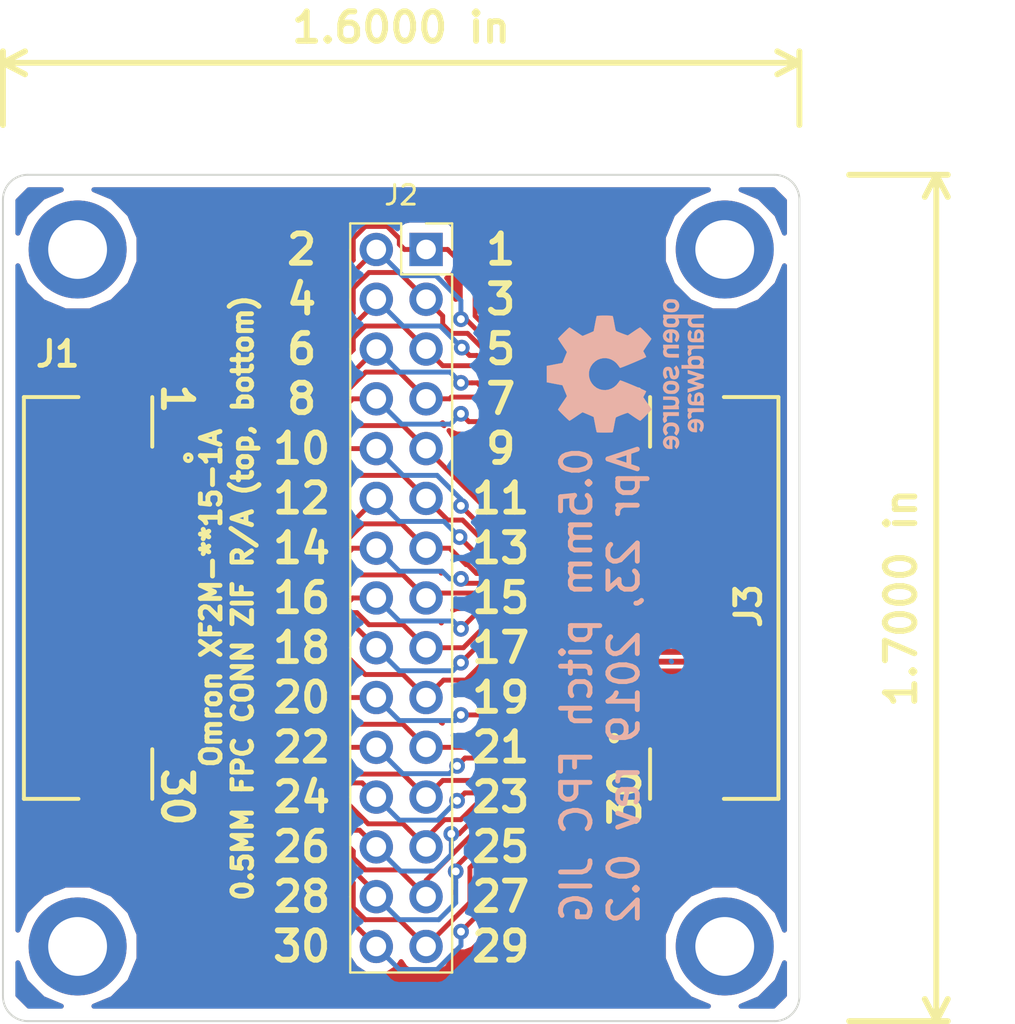
<source format=kicad_pcb>
(kicad_pcb (version 20171130) (host pcbnew "(5.0.2-5-10.14)")

  (general
    (thickness 1.6)
    (drawings 49)
    (tracks 394)
    (zones 0)
    (modules 4)
    (nets 31)
  )

  (page A4)
  (layers
    (0 F.Cu signal)
    (31 B.Cu signal)
    (32 B.Adhes user)
    (33 F.Adhes user)
    (34 B.Paste user)
    (35 F.Paste user)
    (36 B.SilkS user)
    (37 F.SilkS user)
    (38 B.Mask user)
    (39 F.Mask user)
    (40 Dwgs.User user)
    (41 Cmts.User user)
    (42 Eco1.User user)
    (43 Eco2.User user)
    (44 Edge.Cuts user)
    (45 Margin user)
    (46 B.CrtYd user)
    (47 F.CrtYd user)
    (48 B.Fab user)
    (49 F.Fab user)
  )

  (setup
    (last_trace_width 0.25)
    (trace_clearance 0.2)
    (zone_clearance 0.508)
    (zone_45_only no)
    (trace_min 0.2)
    (segment_width 0.2)
    (edge_width 0.1)
    (via_size 0.8)
    (via_drill 0.4)
    (via_min_size 0.4)
    (via_min_drill 0.3)
    (uvia_size 0.3)
    (uvia_drill 0.1)
    (uvias_allowed no)
    (uvia_min_size 0.2)
    (uvia_min_drill 0.1)
    (pcb_text_width 0.3)
    (pcb_text_size 1.5 1.5)
    (mod_edge_width 0.15)
    (mod_text_size 1 1)
    (mod_text_width 0.15)
    (pad_size 1.5 1.5)
    (pad_drill 0.6)
    (pad_to_mask_clearance 0)
    (solder_mask_min_width 0.25)
    (aux_axis_origin 0 0)
    (visible_elements FFFFFF7F)
    (pcbplotparams
      (layerselection 0x010fc_ffffffff)
      (usegerberextensions false)
      (usegerberattributes false)
      (usegerberadvancedattributes false)
      (creategerberjobfile false)
      (excludeedgelayer true)
      (linewidth 0.100000)
      (plotframeref false)
      (viasonmask false)
      (mode 1)
      (useauxorigin false)
      (hpglpennumber 1)
      (hpglpenspeed 20)
      (hpglpendiameter 15.000000)
      (psnegative false)
      (psa4output false)
      (plotreference true)
      (plotvalue true)
      (plotinvisibletext false)
      (padsonsilk false)
      (subtractmaskfromsilk false)
      (outputformat 1)
      (mirror false)
      (drillshape 0)
      (scaleselection 1)
      (outputdirectory "FPC-adapter-0.1/"))
  )

  (net 0 "")
  (net 1 /A30)
  (net 2 /A29)
  (net 3 /A28)
  (net 4 /A27)
  (net 5 /A26)
  (net 6 /A25)
  (net 7 /A24)
  (net 8 /A23)
  (net 9 /A22)
  (net 10 /A21)
  (net 11 /A20)
  (net 12 /A19)
  (net 13 /A18)
  (net 14 /A17)
  (net 15 /A16)
  (net 16 /A15)
  (net 17 /A14)
  (net 18 /A13)
  (net 19 /A12)
  (net 20 /A11)
  (net 21 /A10)
  (net 22 /A9)
  (net 23 /A8)
  (net 24 /A7)
  (net 25 /A4)
  (net 26 /A5)
  (net 27 /A3)
  (net 28 /A2)
  (net 29 /A1)
  (net 30 /A6)

  (net_class Default "This is the default net class."
    (clearance 0.2)
    (trace_width 0.25)
    (via_dia 0.8)
    (via_drill 0.4)
    (uvia_dia 0.3)
    (uvia_drill 0.1)
    (add_net /A1)
    (add_net /A10)
    (add_net /A11)
    (add_net /A12)
    (add_net /A13)
    (add_net /A14)
    (add_net /A15)
    (add_net /A16)
    (add_net /A17)
    (add_net /A18)
    (add_net /A19)
    (add_net /A2)
    (add_net /A20)
    (add_net /A21)
    (add_net /A22)
    (add_net /A23)
    (add_net /A24)
    (add_net /A25)
    (add_net /A26)
    (add_net /A27)
    (add_net /A28)
    (add_net /A29)
    (add_net /A3)
    (add_net /A30)
    (add_net /A4)
    (add_net /A5)
    (add_net /A6)
    (add_net /A7)
    (add_net /A8)
    (add_net /A9)
  )

  (module library:Molex-0541043033-universal (layer F.Cu) (tedit 5CBE3829) (tstamp 5CCBD7D9)
    (at 139.7 68.58 90)
    (descr 0541043033)
    (tags Connector)
    (path /5CBB764B)
    (attr smd)
    (fp_text reference J3 (at -0.40895 5.01673 90) (layer F.SilkS)
      (effects (font (size 1.27 1.27) (thickness 0.254)))
    )
    (fp_text value 0541043033 (at -0.40895 5.01673 90) (layer F.SilkS) hide
      (effects (font (size 1.27 1.27) (thickness 0.254)))
    )
    (fp_circle (center -7.154 -1.836) (end -7.154 -1.768) (layer F.SilkS) (width 0.2))
    (fp_line (start 10.25 0) (end 7.717 0) (layer F.SilkS) (width 0.2))
    (fp_line (start -10.25 0) (end -7.717 0) (layer F.SilkS) (width 0.2))
    (fp_line (start 10.25 6.55) (end 10.25 3.766) (layer F.SilkS) (width 0.2))
    (fp_line (start -10.25 6.55) (end -10.25 3.766) (layer F.SilkS) (width 0.2))
    (fp_line (start -10.25 6.55) (end 10.25 6.55) (layer F.SilkS) (width 0.2))
    (fp_line (start -10.25 6.55) (end -10.25 0) (layer Dwgs.User) (width 0.2))
    (fp_line (start 10.25 6.55) (end -10.25 6.55) (layer Dwgs.User) (width 0.2))
    (fp_line (start 10.25 0) (end 10.25 6.55) (layer Dwgs.User) (width 0.2))
    (fp_line (start -10.25 0) (end 10.25 0) (layer Dwgs.User) (width 0.2))
    (fp_poly (pts (xy 8.128 1.143) (xy 10.668 1.143) (xy 10.668 6.096) (xy 8.128 6.096)) (layer F.Mask) (width 0.15))
    (fp_poly (pts (xy 3.937 3.429) (xy 3.937 5.969) (xy -10.541 5.969) (xy -10.541 1.016)
      (xy -8.001 1.016) (xy -8.001 3.429)) (layer F.Mask) (width 0.15))
    (fp_poly (pts (xy -7.493 -1.143) (xy -7.493 3.302) (xy 7.493 3.302) (xy 7.493 -1.143)
      (xy -7.366 -1.143)) (layer F.Mask) (width 0.15))
    (pad 32 smd rect (at 9.398 2.413 180) (size 2.4 2.4) (layers F.Cu F.Paste))
    (pad 31 smd rect (at -9.271 2.413 180) (size 2.4 2.4) (layers F.Cu F.Paste))
    (pad 30 smd rect (at 7.25 1.1 90) (size 0.3 4.2) (layers F.Cu F.Paste)
      (net 29 /A1))
    (pad 29 smd rect (at 6.75 1.1 90) (size 0.3 4.2) (layers F.Cu F.Paste)
      (net 28 /A2))
    (pad 28 smd rect (at 6.25 1.1 90) (size 0.3 4.2) (layers F.Cu F.Paste)
      (net 27 /A3))
    (pad 27 smd rect (at 5.75 1.1 90) (size 0.3 4.2) (layers F.Cu F.Paste)
      (net 25 /A4))
    (pad 26 smd rect (at 5.25 1.1 90) (size 0.3 4.2) (layers F.Cu F.Paste)
      (net 26 /A5))
    (pad 25 smd rect (at 4.75 1.1 90) (size 0.3 4.2) (layers F.Cu F.Paste)
      (net 30 /A6))
    (pad 24 smd rect (at 4.25 1.1 90) (size 0.3 4.2) (layers F.Cu F.Paste)
      (net 24 /A7))
    (pad 23 smd rect (at 3.75 1.1 90) (size 0.3 4.2) (layers F.Cu F.Paste)
      (net 23 /A8))
    (pad 22 smd rect (at 3.25 1.1 90) (size 0.3 4.2) (layers F.Cu F.Paste)
      (net 22 /A9))
    (pad 21 smd rect (at 2.75 1.1 90) (size 0.3 4.2) (layers F.Cu F.Paste)
      (net 21 /A10))
    (pad 20 smd rect (at 2.25 1.1 90) (size 0.3 4.2) (layers F.Cu F.Paste)
      (net 20 /A11))
    (pad 19 smd rect (at 1.75 1.1 90) (size 0.3 4.2) (layers F.Cu F.Paste)
      (net 19 /A12))
    (pad 18 smd rect (at 1.25 1.1 90) (size 0.3 4.2) (layers F.Cu F.Paste)
      (net 18 /A13))
    (pad 17 smd rect (at 0.75 1.1 90) (size 0.3 4.2) (layers F.Cu F.Paste)
      (net 17 /A14))
    (pad 16 smd rect (at 0.25 1.1 90) (size 0.3 4.2) (layers F.Cu F.Paste)
      (net 16 /A15))
    (pad 15 smd rect (at -0.25 1.1 90) (size 0.3 4.2) (layers F.Cu F.Paste)
      (net 15 /A16))
    (pad 14 smd rect (at -0.75 1.1 90) (size 0.3 4.2) (layers F.Cu F.Paste)
      (net 14 /A17))
    (pad 13 smd rect (at -1.25 1.1 90) (size 0.3 4.2) (layers F.Cu F.Paste)
      (net 13 /A18))
    (pad 12 smd rect (at -1.75 1.1 90) (size 0.3 4.2) (layers F.Cu F.Paste)
      (net 12 /A19))
    (pad 11 smd rect (at -2.25 1.1 90) (size 0.3 4.2) (layers F.Cu F.Paste)
      (net 11 /A20))
    (pad 10 smd rect (at -2.75 1.1 90) (size 0.3 4.2) (layers F.Cu F.Paste)
      (net 10 /A21))
    (pad 9 smd rect (at -3.25 1.1 90) (size 0.3 4.2) (layers F.Cu F.Paste)
      (net 9 /A22))
    (pad 8 smd rect (at -3.75 1.1 90) (size 0.3 4.2) (layers F.Cu F.Paste)
      (net 8 /A23))
    (pad 7 smd rect (at -4.25 1.1 90) (size 0.3 4.2) (layers F.Cu F.Paste)
      (net 7 /A24))
    (pad 6 smd rect (at -4.75 1.1 90) (size 0.3 4.2) (layers F.Cu F.Paste)
      (net 6 /A25))
    (pad 5 smd rect (at -5.25 1.1 90) (size 0.3 4.2) (layers F.Cu F.Paste)
      (net 5 /A26))
    (pad 4 smd rect (at -5.75 1.1 90) (size 0.3 4.2) (layers F.Cu F.Paste)
      (net 4 /A27))
    (pad 3 smd rect (at -6.25 1.1 90) (size 0.3 4.2) (layers F.Cu F.Paste)
      (net 3 /A28))
    (pad 2 smd rect (at -6.75 1.1 90) (size 0.3 4.2) (layers F.Cu F.Paste)
      (net 2 /A29))
    (pad 1 smd rect (at -7.25 1.1 90) (size 0.3 4.2) (layers F.Cu F.Paste)
      (net 1 /A30))
    (pad 31 smd rect (at 9.398 4.699 180) (size 2.4 2.4) (layers F.Cu F.Paste))
    (pad 32 smd rect (at -3.302 4.699 180) (size 2.4 14.4) (layers F.Cu F.Paste))
  )

  (module library:Molex-0541043033-universal (layer F.Cu) (tedit 5CBE2BEF) (tstamp 5CC8A604)
    (at 114.3 68.58 270)
    (descr 0541043033)
    (tags Connector)
    (path /5CBB74C8)
    (attr smd)
    (fp_text reference J1 (at -12.446 4.826) (layer F.SilkS)
      (effects (font (size 1.27 1.27) (thickness 0.254)))
    )
    (fp_text value 0541043033 (at -0.40895 5.01673 270) (layer F.SilkS) hide
      (effects (font (size 1.27 1.27) (thickness 0.254)))
    )
    (fp_circle (center -7.154 -1.836) (end -7.154 -1.768) (layer F.SilkS) (width 0.2))
    (fp_line (start 10.25 0) (end 7.717 0) (layer F.SilkS) (width 0.2))
    (fp_line (start -10.25 0) (end -7.717 0) (layer F.SilkS) (width 0.2))
    (fp_line (start 10.25 6.55) (end 10.25 3.766) (layer F.SilkS) (width 0.2))
    (fp_line (start -10.25 6.55) (end -10.25 3.766) (layer F.SilkS) (width 0.2))
    (fp_line (start -10.25 6.55) (end 10.25 6.55) (layer F.SilkS) (width 0.2))
    (fp_line (start -10.25 6.55) (end -10.25 0) (layer Dwgs.User) (width 0.2))
    (fp_line (start 10.25 6.55) (end -10.25 6.55) (layer Dwgs.User) (width 0.2))
    (fp_line (start 10.25 0) (end 10.25 6.55) (layer Dwgs.User) (width 0.2))
    (fp_line (start -10.25 0) (end 10.25 0) (layer Dwgs.User) (width 0.2))
    (fp_poly (pts (xy -10.668 1.016) (xy -8.128 1.016) (xy -8.128 5.969) (xy -10.668 5.969)) (layer F.Mask) (width 0.15))
    (fp_poly (pts (xy -3.937 3.429) (xy -3.937 5.969) (xy 10.541 5.969) (xy 10.541 1.016)
      (xy 8.001 1.016) (xy 8.001 3.429)) (layer F.Mask) (width 0.15))
    (fp_poly (pts (xy -7.493 -1.143) (xy -7.493 3.302) (xy 7.493 3.302) (xy 7.493 -1.143)
      (xy -7.366 -1.143)) (layer F.Mask) (width 0.15))
    (pad 32 smd rect (at 9.35 2.3) (size 2.4 2.4) (layers F.Cu F.Paste))
    (pad 31 smd rect (at -9.35 2.3) (size 2.4 2.4) (layers F.Cu F.Paste))
    (pad 30 smd rect (at 7.25 1.1 270) (size 0.3 4.2) (layers F.Cu F.Paste)
      (net 1 /A30))
    (pad 29 smd rect (at 6.75 1.1 270) (size 0.3 4.2) (layers F.Cu F.Paste)
      (net 2 /A29))
    (pad 28 smd rect (at 6.25 1.1 270) (size 0.3 4.2) (layers F.Cu F.Paste)
      (net 3 /A28))
    (pad 27 smd rect (at 5.75 1.1 270) (size 0.3 4.2) (layers F.Cu F.Paste)
      (net 4 /A27))
    (pad 26 smd rect (at 5.25 1.1 270) (size 0.3 4.2) (layers F.Cu F.Paste)
      (net 5 /A26))
    (pad 25 smd rect (at 4.75 1.1 270) (size 0.3 4.2) (layers F.Cu F.Paste)
      (net 6 /A25))
    (pad 24 smd rect (at 4.25 1.1 270) (size 0.3 4.2) (layers F.Cu F.Paste)
      (net 7 /A24))
    (pad 23 smd rect (at 3.75 1.1 270) (size 0.3 4.2) (layers F.Cu F.Paste)
      (net 8 /A23))
    (pad 22 smd rect (at 3.25 1.1 270) (size 0.3 4.2) (layers F.Cu F.Paste)
      (net 9 /A22))
    (pad 21 smd rect (at 2.75 1.1 270) (size 0.3 4.2) (layers F.Cu F.Paste)
      (net 10 /A21))
    (pad 20 smd rect (at 2.25 1.1 270) (size 0.3 4.2) (layers F.Cu F.Paste)
      (net 11 /A20))
    (pad 19 smd rect (at 1.75 1.1 270) (size 0.3 4.2) (layers F.Cu F.Paste)
      (net 12 /A19))
    (pad 18 smd rect (at 1.25 1.1 270) (size 0.3 4.2) (layers F.Cu F.Paste)
      (net 13 /A18))
    (pad 17 smd rect (at 0.75 1.1 270) (size 0.3 4.2) (layers F.Cu F.Paste)
      (net 14 /A17))
    (pad 16 smd rect (at 0.25 1.1 270) (size 0.3 4.2) (layers F.Cu F.Paste)
      (net 15 /A16))
    (pad 15 smd rect (at -0.25 1.1 270) (size 0.3 4.2) (layers F.Cu F.Paste)
      (net 16 /A15))
    (pad 14 smd rect (at -0.75 1.1 270) (size 0.3 4.2) (layers F.Cu F.Paste)
      (net 17 /A14))
    (pad 13 smd rect (at -1.25 1.1 270) (size 0.3 4.2) (layers F.Cu F.Paste)
      (net 18 /A13))
    (pad 12 smd rect (at -1.75 1.1 270) (size 0.3 4.2) (layers F.Cu F.Paste)
      (net 19 /A12))
    (pad 11 smd rect (at -2.25 1.1 270) (size 0.3 4.2) (layers F.Cu F.Paste)
      (net 20 /A11))
    (pad 10 smd rect (at -2.75 1.1 270) (size 0.3 4.2) (layers F.Cu F.Paste)
      (net 21 /A10))
    (pad 9 smd rect (at -3.25 1.1 270) (size 0.3 4.2) (layers F.Cu F.Paste)
      (net 22 /A9))
    (pad 8 smd rect (at -3.75 1.1 270) (size 0.3 4.2) (layers F.Cu F.Paste)
      (net 23 /A8))
    (pad 7 smd rect (at -4.25 1.1 270) (size 0.3 4.2) (layers F.Cu F.Paste)
      (net 24 /A7))
    (pad 6 smd rect (at -4.75 1.1 270) (size 0.3 4.2) (layers F.Cu F.Paste)
      (net 30 /A6))
    (pad 5 smd rect (at -5.25 1.1 270) (size 0.3 4.2) (layers F.Cu F.Paste)
      (net 26 /A5))
    (pad 4 smd rect (at -5.75 1.1 270) (size 0.3 4.2) (layers F.Cu F.Paste)
      (net 25 /A4))
    (pad 3 smd rect (at -6.25 1.1 270) (size 0.3 4.2) (layers F.Cu F.Paste)
      (net 27 /A3))
    (pad 2 smd rect (at -6.75 1.1 270) (size 0.3 4.2) (layers F.Cu F.Paste)
      (net 28 /A2))
    (pad 1 smd rect (at -7.25 1.1 270) (size 0.3 4.2) (layers F.Cu F.Paste)
      (net 29 /A1))
    (pad 31 smd rect (at -9.35 4.699) (size 2.4 2.4) (layers F.Cu F.Paste))
    (pad 32 smd rect (at 3.302 4.699) (size 2.4 14.4) (layers F.Cu F.Paste))
  )

  (module Connector_PinSocket_2.54mm:PinSocket_2x15_P2.54mm_Vertical (layer F.Cu) (tedit 5A19A42E) (tstamp 5CC8A638)
    (at 128.27 50.8)
    (descr "Through hole straight socket strip, 2x15, 2.54mm pitch, double cols (from Kicad 4.0.7), script generated")
    (tags "Through hole socket strip THT 2x15 2.54mm double row")
    (path /5CBB7745)
    (fp_text reference J2 (at -1.27 -2.77) (layer F.SilkS)
      (effects (font (size 1 1) (thickness 0.15)))
    )
    (fp_text value Conn_02x15_Odd_Even (at -1.27 38.33) (layer F.Fab)
      (effects (font (size 1 1) (thickness 0.15)))
    )
    (fp_line (start -3.81 -1.27) (end 0.27 -1.27) (layer F.Fab) (width 0.1))
    (fp_line (start 0.27 -1.27) (end 1.27 -0.27) (layer F.Fab) (width 0.1))
    (fp_line (start 1.27 -0.27) (end 1.27 36.83) (layer F.Fab) (width 0.1))
    (fp_line (start 1.27 36.83) (end -3.81 36.83) (layer F.Fab) (width 0.1))
    (fp_line (start -3.81 36.83) (end -3.81 -1.27) (layer F.Fab) (width 0.1))
    (fp_line (start -3.87 -1.33) (end -1.27 -1.33) (layer F.SilkS) (width 0.12))
    (fp_line (start -3.87 -1.33) (end -3.87 36.89) (layer F.SilkS) (width 0.12))
    (fp_line (start -3.87 36.89) (end 1.33 36.89) (layer F.SilkS) (width 0.12))
    (fp_line (start 1.33 1.27) (end 1.33 36.89) (layer F.SilkS) (width 0.12))
    (fp_line (start -1.27 1.27) (end 1.33 1.27) (layer F.SilkS) (width 0.12))
    (fp_line (start -1.27 -1.33) (end -1.27 1.27) (layer F.SilkS) (width 0.12))
    (fp_line (start 1.33 -1.33) (end 1.33 0) (layer F.SilkS) (width 0.12))
    (fp_line (start 0 -1.33) (end 1.33 -1.33) (layer F.SilkS) (width 0.12))
    (fp_line (start -4.34 -1.8) (end 1.76 -1.8) (layer F.CrtYd) (width 0.05))
    (fp_line (start 1.76 -1.8) (end 1.76 37.3) (layer F.CrtYd) (width 0.05))
    (fp_line (start 1.76 37.3) (end -4.34 37.3) (layer F.CrtYd) (width 0.05))
    (fp_line (start -4.34 37.3) (end -4.34 -1.8) (layer F.CrtYd) (width 0.05))
    (fp_text user %R (at -1.27 17.78 90) (layer F.Fab)
      (effects (font (size 1 1) (thickness 0.15)))
    )
    (pad 1 thru_hole rect (at 0 0) (size 1.7 1.7) (drill 1) (layers *.Cu *.Mask)
      (net 29 /A1))
    (pad 2 thru_hole oval (at -2.54 0) (size 1.7 1.7) (drill 1) (layers *.Cu *.Mask)
      (net 28 /A2))
    (pad 3 thru_hole oval (at 0 2.54) (size 1.7 1.7) (drill 1) (layers *.Cu *.Mask)
      (net 27 /A3))
    (pad 4 thru_hole oval (at -2.54 2.54) (size 1.7 1.7) (drill 1) (layers *.Cu *.Mask)
      (net 25 /A4))
    (pad 5 thru_hole oval (at 0 5.08) (size 1.7 1.7) (drill 1) (layers *.Cu *.Mask)
      (net 26 /A5))
    (pad 6 thru_hole oval (at -2.54 5.08) (size 1.7 1.7) (drill 1) (layers *.Cu *.Mask)
      (net 30 /A6))
    (pad 7 thru_hole oval (at 0 7.62) (size 1.7 1.7) (drill 1) (layers *.Cu *.Mask)
      (net 24 /A7))
    (pad 8 thru_hole oval (at -2.54 7.62) (size 1.7 1.7) (drill 1) (layers *.Cu *.Mask)
      (net 23 /A8))
    (pad 9 thru_hole oval (at 0 10.16) (size 1.7 1.7) (drill 1) (layers *.Cu *.Mask)
      (net 22 /A9))
    (pad 10 thru_hole oval (at -2.54 10.16) (size 1.7 1.7) (drill 1) (layers *.Cu *.Mask)
      (net 21 /A10))
    (pad 11 thru_hole oval (at 0 12.7) (size 1.7 1.7) (drill 1) (layers *.Cu *.Mask)
      (net 20 /A11))
    (pad 12 thru_hole oval (at -2.54 12.7) (size 1.7 1.7) (drill 1) (layers *.Cu *.Mask)
      (net 19 /A12))
    (pad 13 thru_hole oval (at 0 15.24) (size 1.7 1.7) (drill 1) (layers *.Cu *.Mask)
      (net 18 /A13))
    (pad 14 thru_hole oval (at -2.54 15.24) (size 1.7 1.7) (drill 1) (layers *.Cu *.Mask)
      (net 17 /A14))
    (pad 15 thru_hole oval (at 0 17.78) (size 1.7 1.7) (drill 1) (layers *.Cu *.Mask)
      (net 16 /A15))
    (pad 16 thru_hole oval (at -2.54 17.78) (size 1.7 1.7) (drill 1) (layers *.Cu *.Mask)
      (net 15 /A16))
    (pad 17 thru_hole oval (at 0 20.32) (size 1.7 1.7) (drill 1) (layers *.Cu *.Mask)
      (net 14 /A17))
    (pad 18 thru_hole oval (at -2.54 20.32) (size 1.7 1.7) (drill 1) (layers *.Cu *.Mask)
      (net 13 /A18))
    (pad 19 thru_hole oval (at 0 22.86) (size 1.7 1.7) (drill 1) (layers *.Cu *.Mask)
      (net 12 /A19))
    (pad 20 thru_hole oval (at -2.54 22.86) (size 1.7 1.7) (drill 1) (layers *.Cu *.Mask)
      (net 11 /A20))
    (pad 21 thru_hole oval (at 0 25.4) (size 1.7 1.7) (drill 1) (layers *.Cu *.Mask)
      (net 10 /A21))
    (pad 22 thru_hole oval (at -2.54 25.4) (size 1.7 1.7) (drill 1) (layers *.Cu *.Mask)
      (net 9 /A22))
    (pad 23 thru_hole oval (at 0 27.94) (size 1.7 1.7) (drill 1) (layers *.Cu *.Mask)
      (net 8 /A23))
    (pad 24 thru_hole oval (at -2.54 27.94) (size 1.7 1.7) (drill 1) (layers *.Cu *.Mask)
      (net 7 /A24))
    (pad 25 thru_hole oval (at 0 30.48) (size 1.7 1.7) (drill 1) (layers *.Cu *.Mask)
      (net 6 /A25))
    (pad 26 thru_hole oval (at -2.54 30.48) (size 1.7 1.7) (drill 1) (layers *.Cu *.Mask)
      (net 5 /A26))
    (pad 27 thru_hole oval (at 0 33.02) (size 1.7 1.7) (drill 1) (layers *.Cu *.Mask)
      (net 4 /A27))
    (pad 28 thru_hole oval (at -2.54 33.02) (size 1.7 1.7) (drill 1) (layers *.Cu *.Mask)
      (net 3 /A28))
    (pad 29 thru_hole oval (at 0 35.56) (size 1.7 1.7) (drill 1) (layers *.Cu *.Mask)
      (net 2 /A29))
    (pad 30 thru_hole oval (at -2.54 35.56) (size 1.7 1.7) (drill 1) (layers *.Cu *.Mask)
      (net 1 /A30))
    (model ${KISYS3DMOD}/Connector_PinSocket_2.54mm.3dshapes/PinSocket_2x15_P2.54mm_Vertical.wrl
      (at (xyz 0 0 0))
      (scale (xyz 1 1 1))
      (rotate (xyz 0 0 0))
    )
  )

  (module Symbol:OSHW-Logo_7.5x8mm_SilkScreen (layer B.Cu) (tedit 0) (tstamp 5CD61405)
    (at 138.43 57.15 270)
    (descr "Open Source Hardware Logo")
    (tags "Logo OSHW")
    (attr virtual)
    (fp_text reference REF** (at 0 0 270) (layer B.SilkS) hide
      (effects (font (size 1 1) (thickness 0.15)) (justify mirror))
    )
    (fp_text value OSHW-Logo_7.5x8mm_SilkScreen (at 0.75 0 270) (layer B.Fab) hide
      (effects (font (size 1 1) (thickness 0.15)) (justify mirror))
    )
    (fp_poly (pts (xy 0.500964 3.601424) (xy 0.576513 3.200678) (xy 1.134041 2.970846) (xy 1.468465 3.198252)
      (xy 1.562122 3.261569) (xy 1.646782 3.318104) (xy 1.718495 3.365273) (xy 1.773311 3.400498)
      (xy 1.80728 3.421195) (xy 1.81653 3.425658) (xy 1.833195 3.41418) (xy 1.868806 3.382449)
      (xy 1.919371 3.334517) (xy 1.9809 3.274438) (xy 2.049399 3.206267) (xy 2.120879 3.134055)
      (xy 2.191347 3.061858) (xy 2.256811 2.993727) (xy 2.31328 2.933717) (xy 2.356763 2.885881)
      (xy 2.383268 2.854273) (xy 2.389605 2.843695) (xy 2.380486 2.824194) (xy 2.35492 2.781469)
      (xy 2.315597 2.719702) (xy 2.265203 2.643069) (xy 2.206427 2.555752) (xy 2.172368 2.505948)
      (xy 2.110289 2.415007) (xy 2.055126 2.332941) (xy 2.009554 2.263837) (xy 1.97625 2.211778)
      (xy 1.95789 2.18085) (xy 1.955131 2.17435) (xy 1.961385 2.155879) (xy 1.978434 2.112828)
      (xy 2.003703 2.051251) (xy 2.034622 1.977201) (xy 2.068618 1.89673) (xy 2.103118 1.815893)
      (xy 2.135551 1.740742) (xy 2.163343 1.677329) (xy 2.183923 1.631707) (xy 2.194719 1.609931)
      (xy 2.195356 1.609074) (xy 2.212307 1.604916) (xy 2.257451 1.595639) (xy 2.32611 1.582156)
      (xy 2.413602 1.565379) (xy 2.51525 1.546219) (xy 2.574556 1.53517) (xy 2.683172 1.51449)
      (xy 2.781277 1.494811) (xy 2.863909 1.477211) (xy 2.926104 1.462767) (xy 2.962899 1.452554)
      (xy 2.970296 1.449314) (xy 2.97754 1.427383) (xy 2.983385 1.377853) (xy 2.987835 1.306515)
      (xy 2.990893 1.219161) (xy 2.992565 1.121583) (xy 2.992853 1.019574) (xy 2.991761 0.918925)
      (xy 2.989294 0.825428) (xy 2.985456 0.744875) (xy 2.98025 0.683058) (xy 2.973681 0.64577)
      (xy 2.969741 0.638007) (xy 2.946188 0.628702) (xy 2.896282 0.6154) (xy 2.826623 0.599663)
      (xy 2.743813 0.583054) (xy 2.714905 0.577681) (xy 2.575531 0.552152) (xy 2.465436 0.531592)
      (xy 2.380982 0.515185) (xy 2.31853 0.502113) (xy 2.274444 0.491559) (xy 2.245085 0.482706)
      (xy 2.226815 0.474737) (xy 2.215998 0.466835) (xy 2.214485 0.465273) (xy 2.199377 0.440114)
      (xy 2.176329 0.39115) (xy 2.147644 0.324379) (xy 2.115622 0.245795) (xy 2.082565 0.161393)
      (xy 2.050773 0.07717) (xy 2.022549 -0.000879) (xy 2.000193 -0.066759) (xy 1.986007 -0.114473)
      (xy 1.982293 -0.138027) (xy 1.982602 -0.138852) (xy 1.995189 -0.158104) (xy 2.023744 -0.200463)
      (xy 2.065267 -0.261521) (xy 2.116756 -0.336868) (xy 2.175211 -0.422096) (xy 2.191858 -0.446315)
      (xy 2.251215 -0.534123) (xy 2.303447 -0.614238) (xy 2.345708 -0.682062) (xy 2.375153 -0.732993)
      (xy 2.388937 -0.762431) (xy 2.389605 -0.766048) (xy 2.378024 -0.785057) (xy 2.346024 -0.822714)
      (xy 2.297718 -0.874973) (xy 2.23722 -0.937786) (xy 2.168644 -1.007106) (xy 2.096104 -1.078885)
      (xy 2.023712 -1.149077) (xy 1.955584 -1.213635) (xy 1.895832 -1.26851) (xy 1.848571 -1.309656)
      (xy 1.817913 -1.333026) (xy 1.809432 -1.336842) (xy 1.789691 -1.327855) (xy 1.749274 -1.303616)
      (xy 1.694763 -1.268209) (xy 1.652823 -1.239711) (xy 1.576829 -1.187418) (xy 1.486834 -1.125845)
      (xy 1.396564 -1.06437) (xy 1.348032 -1.031469) (xy 1.183762 -0.920359) (xy 1.045869 -0.994916)
      (xy 0.983049 -1.027578) (xy 0.929629 -1.052966) (xy 0.893484 -1.067446) (xy 0.884284 -1.06946)
      (xy 0.873221 -1.054584) (xy 0.851394 -1.012547) (xy 0.820434 -0.947227) (xy 0.78197 -0.8625)
      (xy 0.737632 -0.762245) (xy 0.689047 -0.650339) (xy 0.637846 -0.530659) (xy 0.585659 -0.407084)
      (xy 0.534113 -0.283491) (xy 0.48484 -0.163757) (xy 0.439467 -0.051759) (xy 0.399625 0.048623)
      (xy 0.366942 0.133514) (xy 0.343049 0.199035) (xy 0.329574 0.24131) (xy 0.327406 0.255828)
      (xy 0.344583 0.274347) (xy 0.38219 0.30441) (xy 0.432366 0.339768) (xy 0.436578 0.342566)
      (xy 0.566264 0.446375) (xy 0.670834 0.567485) (xy 0.749381 0.702024) (xy 0.800999 0.846118)
      (xy 0.824782 0.995895) (xy 0.819823 1.147483) (xy 0.785217 1.297008) (xy 0.720057 1.4406)
      (xy 0.700886 1.472016) (xy 0.601174 1.598875) (xy 0.483377 1.700745) (xy 0.351571 1.777096)
      (xy 0.209833 1.827398) (xy 0.062242 1.851121) (xy -0.087127 1.847735) (xy -0.234197 1.816712)
      (xy -0.374889 1.75752) (xy -0.505127 1.669631) (xy -0.545414 1.633958) (xy -0.647945 1.522294)
      (xy -0.722659 1.404743) (xy -0.77391 1.27298) (xy -0.802454 1.142493) (xy -0.8095 0.995784)
      (xy -0.786004 0.848347) (xy -0.734351 0.705166) (xy -0.656929 0.571223) (xy -0.556125 0.451502)
      (xy -0.434324 0.350986) (xy -0.418316 0.340391) (xy -0.367602 0.305694) (xy -0.32905 0.27563)
      (xy -0.310619 0.256435) (xy -0.310351 0.255828) (xy -0.314308 0.235064) (xy -0.329993 0.187938)
      (xy -0.355778 0.118327) (xy -0.390031 0.030107) (xy -0.431123 -0.072844) (xy -0.477424 -0.18665)
      (xy -0.527304 -0.307435) (xy -0.579133 -0.431321) (xy -0.631281 -0.554432) (xy -0.682118 -0.672891)
      (xy -0.730013 -0.782823) (xy -0.773338 -0.880349) (xy -0.810462 -0.961593) (xy -0.839756 -1.022679)
      (xy -0.859588 -1.05973) (xy -0.867574 -1.06946) (xy -0.891979 -1.061883) (xy -0.937642 -1.04156)
      (xy -0.99669 -1.012125) (xy -1.02916 -0.994916) (xy -1.167053 -0.920359) (xy -1.331323 -1.031469)
      (xy -1.415179 -1.08839) (xy -1.506987 -1.15103) (xy -1.59302 -1.210011) (xy -1.636113 -1.239711)
      (xy -1.696723 -1.28041) (xy -1.748045 -1.312663) (xy -1.783385 -1.332384) (xy -1.794863 -1.336554)
      (xy -1.81157 -1.325307) (xy -1.848546 -1.293911) (xy -1.902205 -1.245624) (xy -1.968962 -1.183708)
      (xy -2.045234 -1.111421) (xy -2.093473 -1.065008) (xy -2.177867 -0.982087) (xy -2.250803 -0.90792)
      (xy -2.309331 -0.84568) (xy -2.350503 -0.798541) (xy -2.371372 -0.769673) (xy -2.373374 -0.763815)
      (xy -2.364083 -0.741532) (xy -2.338409 -0.696477) (xy -2.2992 -0.633211) (xy -2.249303 -0.556295)
      (xy -2.191567 -0.470292) (xy -2.175149 -0.446315) (xy -2.115323 -0.35917) (xy -2.06165 -0.28071)
      (xy -2.01713 -0.215345) (xy -1.984765 -0.167484) (xy -1.967555 -0.141535) (xy -1.965893 -0.138852)
      (xy -1.968379 -0.118172) (xy -1.981577 -0.072704) (xy -2.003186 -0.008444) (xy -2.030904 0.068613)
      (xy -2.06243 0.152471) (xy -2.095463 0.237134) (xy -2.127701 0.316608) (xy -2.156843 0.384896)
      (xy -2.180588 0.436003) (xy -2.196635 0.463933) (xy -2.197775 0.465273) (xy -2.207588 0.473255)
      (xy -2.224161 0.481149) (xy -2.251132 0.489771) (xy -2.292139 0.499938) (xy -2.35082 0.512469)
      (xy -2.430813 0.528179) (xy -2.535755 0.547887) (xy -2.669285 0.572408) (xy -2.698196 0.577681)
      (xy -2.783882 0.594236) (xy -2.858582 0.610431) (xy -2.915694 0.624704) (xy -2.948617 0.635492)
      (xy -2.953031 0.638007) (xy -2.960306 0.660304) (xy -2.966219 0.710131) (xy -2.970766 0.781696)
      (xy -2.973945 0.869207) (xy -2.975749 0.966872) (xy -2.976177 1.068899) (xy -2.975223 1.169497)
      (xy -2.972884 1.262873) (xy -2.969156 1.343235) (xy -2.964034 1.404791) (xy -2.957516 1.44175)
      (xy -2.953586 1.449314) (xy -2.931708 1.456944) (xy -2.881891 1.469358) (xy -2.809097 1.485478)
      (xy -2.718289 1.504227) (xy -2.614431 1.524529) (xy -2.557846 1.53517) (xy -2.450486 1.55524)
      (xy -2.354746 1.57342) (xy -2.275306 1.588801) (xy -2.216846 1.600469) (xy -2.184045 1.607512)
      (xy -2.178646 1.609074) (xy -2.169522 1.626678) (xy -2.150235 1.669082) (xy -2.123355 1.730228)
      (xy -2.091454 1.804057) (xy -2.057102 1.884511) (xy -2.022871 1.965532) (xy -1.991331 2.041063)
      (xy -1.965054 2.105045) (xy -1.946611 2.15142) (xy -1.938571 2.174131) (xy -1.938422 2.175124)
      (xy -1.947535 2.193039) (xy -1.973086 2.234267) (xy -2.012388 2.294709) (xy -2.062757 2.370269)
      (xy -2.121506 2.456848) (xy -2.155658 2.506579) (xy -2.21789 2.597764) (xy -2.273164 2.680551)
      (xy -2.318782 2.750751) (xy -2.352048 2.804176) (xy -2.370264 2.836639) (xy -2.372895 2.843917)
      (xy -2.361586 2.860855) (xy -2.330319 2.897022) (xy -2.28309 2.948365) (xy -2.223892 3.010833)
      (xy -2.156719 3.080374) (xy -2.085566 3.152935) (xy -2.014426 3.224465) (xy -1.947293 3.290913)
      (xy -1.888161 3.348226) (xy -1.841025 3.392353) (xy -1.809877 3.419241) (xy -1.799457 3.425658)
      (xy -1.782491 3.416635) (xy -1.741911 3.391285) (xy -1.681663 3.35219) (xy -1.605693 3.301929)
      (xy -1.517946 3.243083) (xy -1.451756 3.198252) (xy -1.117332 2.970846) (xy -0.838567 3.085762)
      (xy -0.559803 3.200678) (xy -0.484254 3.601424) (xy -0.408706 4.002171) (xy 0.425415 4.002171)
      (xy 0.500964 3.601424)) (layer B.SilkS) (width 0.01))
    (fp_poly (pts (xy 2.391388 -1.937645) (xy 2.448865 -1.955206) (xy 2.485872 -1.977395) (xy 2.497927 -1.994942)
      (xy 2.494609 -2.015742) (xy 2.473079 -2.048419) (xy 2.454874 -2.071562) (xy 2.417344 -2.113402)
      (xy 2.389148 -2.131005) (xy 2.365111 -2.129856) (xy 2.293808 -2.11171) (xy 2.241442 -2.112534)
      (xy 2.198918 -2.133098) (xy 2.184642 -2.145134) (xy 2.138947 -2.187483) (xy 2.138947 -2.740526)
      (xy 1.955131 -2.740526) (xy 1.955131 -1.938421) (xy 2.047039 -1.938421) (xy 2.102219 -1.940603)
      (xy 2.130688 -1.948351) (xy 2.138943 -1.963468) (xy 2.138947 -1.963916) (xy 2.142845 -1.979749)
      (xy 2.160474 -1.977684) (xy 2.184901 -1.966261) (xy 2.23535 -1.945005) (xy 2.276316 -1.932216)
      (xy 2.329028 -1.928938) (xy 2.391388 -1.937645)) (layer B.SilkS) (width 0.01))
    (fp_poly (pts (xy -1.002043 -1.952226) (xy -0.960454 -1.97209) (xy -0.920175 -2.000784) (xy -0.88949 -2.033809)
      (xy -0.867139 -2.075931) (xy -0.851864 -2.131915) (xy -0.842408 -2.206528) (xy -0.837513 -2.304535)
      (xy -0.835919 -2.430702) (xy -0.835894 -2.443914) (xy -0.835527 -2.740526) (xy -1.019343 -2.740526)
      (xy -1.019343 -2.467081) (xy -1.019473 -2.365777) (xy -1.020379 -2.292353) (xy -1.022827 -2.241271)
      (xy -1.027586 -2.20699) (xy -1.035426 -2.183971) (xy -1.047115 -2.166673) (xy -1.063398 -2.149581)
      (xy -1.120366 -2.112857) (xy -1.182555 -2.106042) (xy -1.241801 -2.129261) (xy -1.262405 -2.146543)
      (xy -1.27753 -2.162791) (xy -1.28839 -2.180191) (xy -1.29569 -2.204212) (xy -1.300137 -2.240322)
      (xy -1.302436 -2.293988) (xy -1.303296 -2.37068) (xy -1.303422 -2.464043) (xy -1.303422 -2.740526)
      (xy -1.487237 -2.740526) (xy -1.487237 -1.938421) (xy -1.395329 -1.938421) (xy -1.340149 -1.940603)
      (xy -1.31168 -1.948351) (xy -1.303425 -1.963468) (xy -1.303422 -1.963916) (xy -1.299592 -1.97872)
      (xy -1.282699 -1.97704) (xy -1.249112 -1.960773) (xy -1.172937 -1.93684) (xy -1.0858 -1.934178)
      (xy -1.002043 -1.952226)) (layer B.SilkS) (width 0.01))
    (fp_poly (pts (xy 3.558784 -1.935554) (xy 3.601574 -1.945949) (xy 3.683609 -1.984013) (xy 3.753757 -2.042149)
      (xy 3.802305 -2.111852) (xy 3.808975 -2.127502) (xy 3.818124 -2.168496) (xy 3.824529 -2.229138)
      (xy 3.82671 -2.29043) (xy 3.82671 -2.406316) (xy 3.584407 -2.406316) (xy 3.484471 -2.406693)
      (xy 3.414069 -2.408987) (xy 3.369313 -2.414938) (xy 3.346315 -2.426285) (xy 3.341189 -2.444771)
      (xy 3.350048 -2.472136) (xy 3.365917 -2.504155) (xy 3.410184 -2.557592) (xy 3.471699 -2.584215)
      (xy 3.546885 -2.583347) (xy 3.632053 -2.554371) (xy 3.705659 -2.518611) (xy 3.766734 -2.566904)
      (xy 3.82781 -2.615197) (xy 3.770351 -2.668285) (xy 3.693641 -2.718445) (xy 3.599302 -2.748688)
      (xy 3.497827 -2.757151) (xy 3.399711 -2.741974) (xy 3.383881 -2.736824) (xy 3.297647 -2.691791)
      (xy 3.233501 -2.624652) (xy 3.190091 -2.533405) (xy 3.166064 -2.416044) (xy 3.165784 -2.413529)
      (xy 3.163633 -2.285627) (xy 3.172329 -2.239997) (xy 3.342105 -2.239997) (xy 3.357697 -2.247013)
      (xy 3.400029 -2.252388) (xy 3.462434 -2.255457) (xy 3.501981 -2.255921) (xy 3.575728 -2.25563)
      (xy 3.62184 -2.253783) (xy 3.6461 -2.248912) (xy 3.654294 -2.239555) (xy 3.652206 -2.224245)
      (xy 3.650455 -2.218322) (xy 3.62056 -2.162668) (xy 3.573542 -2.117815) (xy 3.532049 -2.098105)
      (xy 3.476926 -2.099295) (xy 3.421068 -2.123875) (xy 3.374212 -2.16457) (xy 3.346094 -2.214108)
      (xy 3.342105 -2.239997) (xy 3.172329 -2.239997) (xy 3.185074 -2.173133) (xy 3.227611 -2.078727)
      (xy 3.288747 -2.005088) (xy 3.365985 -1.954893) (xy 3.45683 -1.930822) (xy 3.558784 -1.935554)) (layer B.SilkS) (width 0.01))
    (fp_poly (pts (xy 2.946576 -1.945419) (xy 3.043395 -1.986549) (xy 3.07389 -2.006571) (xy 3.112865 -2.03734)
      (xy 3.137331 -2.061533) (xy 3.141578 -2.069413) (xy 3.129584 -2.086899) (xy 3.098887 -2.11657)
      (xy 3.074312 -2.137279) (xy 3.007046 -2.191336) (xy 2.95393 -2.146642) (xy 2.912884 -2.117789)
      (xy 2.872863 -2.107829) (xy 2.827059 -2.110261) (xy 2.754324 -2.128345) (xy 2.704256 -2.165881)
      (xy 2.673829 -2.226562) (xy 2.660017 -2.314081) (xy 2.660013 -2.314136) (xy 2.661208 -2.411958)
      (xy 2.679772 -2.48373) (xy 2.716804 -2.532595) (xy 2.74205 -2.549143) (xy 2.809097 -2.569749)
      (xy 2.880709 -2.569762) (xy 2.943015 -2.549768) (xy 2.957763 -2.54) (xy 2.99475 -2.515047)
      (xy 3.023668 -2.510958) (xy 3.054856 -2.52953) (xy 3.089336 -2.562887) (xy 3.143912 -2.619196)
      (xy 3.083318 -2.669142) (xy 2.989698 -2.725513) (xy 2.884125 -2.753293) (xy 2.773798 -2.751282)
      (xy 2.701343 -2.732862) (xy 2.616656 -2.68731) (xy 2.548927 -2.61565) (xy 2.518157 -2.565066)
      (xy 2.493236 -2.492488) (xy 2.480766 -2.400569) (xy 2.48067 -2.300948) (xy 2.49287 -2.205267)
      (xy 2.51729 -2.125169) (xy 2.521136 -2.116956) (xy 2.578093 -2.036413) (xy 2.655209 -1.977771)
      (xy 2.74639 -1.942247) (xy 2.845543 -1.931057) (xy 2.946576 -1.945419)) (layer B.SilkS) (width 0.01))
    (fp_poly (pts (xy 1.320131 -2.198533) (xy 1.32171 -2.321089) (xy 1.327481 -2.414179) (xy 1.338991 -2.481651)
      (xy 1.35779 -2.527355) (xy 1.385426 -2.555139) (xy 1.423448 -2.568854) (xy 1.470526 -2.572358)
      (xy 1.519832 -2.568432) (xy 1.557283 -2.554089) (xy 1.584428 -2.525478) (xy 1.602815 -2.478751)
      (xy 1.613993 -2.410058) (xy 1.619511 -2.31555) (xy 1.620921 -2.198533) (xy 1.620921 -1.938421)
      (xy 1.804736 -1.938421) (xy 1.804736 -2.740526) (xy 1.712828 -2.740526) (xy 1.657422 -2.738281)
      (xy 1.628891 -2.730396) (xy 1.620921 -2.715428) (xy 1.61612 -2.702097) (xy 1.597014 -2.704917)
      (xy 1.558504 -2.723783) (xy 1.470239 -2.752887) (xy 1.376623 -2.750825) (xy 1.286921 -2.719221)
      (xy 1.244204 -2.694257) (xy 1.211621 -2.667226) (xy 1.187817 -2.633405) (xy 1.171439 -2.588068)
      (xy 1.161131 -2.526489) (xy 1.155541 -2.443943) (xy 1.153312 -2.335705) (xy 1.153026 -2.252004)
      (xy 1.153026 -1.938421) (xy 1.320131 -1.938421) (xy 1.320131 -2.198533)) (layer B.SilkS) (width 0.01))
    (fp_poly (pts (xy 0.811669 -1.94831) (xy 0.896192 -1.99434) (xy 0.962321 -2.067006) (xy 0.993478 -2.126106)
      (xy 1.006855 -2.178305) (xy 1.015522 -2.252719) (xy 1.019237 -2.338442) (xy 1.017754 -2.424569)
      (xy 1.010831 -2.500193) (xy 1.002745 -2.540584) (xy 0.975465 -2.59584) (xy 0.92822 -2.65453)
      (xy 0.871282 -2.705852) (xy 0.814924 -2.739005) (xy 0.81355 -2.739531) (xy 0.743616 -2.754018)
      (xy 0.660737 -2.754377) (xy 0.581977 -2.741188) (xy 0.551566 -2.730617) (xy 0.473239 -2.686201)
      (xy 0.417143 -2.628007) (xy 0.380286 -2.550965) (xy 0.35968 -2.450001) (xy 0.355018 -2.397116)
      (xy 0.355613 -2.330663) (xy 0.534736 -2.330663) (xy 0.54077 -2.42763) (xy 0.558138 -2.501523)
      (xy 0.58574 -2.548736) (xy 0.605404 -2.562237) (xy 0.655787 -2.571651) (xy 0.715673 -2.568864)
      (xy 0.767449 -2.555316) (xy 0.781027 -2.547862) (xy 0.816849 -2.504451) (xy 0.840493 -2.438014)
      (xy 0.850558 -2.357161) (xy 0.845642 -2.270502) (xy 0.834655 -2.218349) (xy 0.803109 -2.157951)
      (xy 0.753311 -2.120197) (xy 0.693337 -2.107143) (xy 0.631264 -2.120849) (xy 0.583582 -2.154372)
      (xy 0.558525 -2.182031) (xy 0.5439 -2.209294) (xy 0.536929 -2.24619) (xy 0.534833 -2.30275)
      (xy 0.534736 -2.330663) (xy 0.355613 -2.330663) (xy 0.356282 -2.255994) (xy 0.379265 -2.140271)
      (xy 0.423972 -2.049941) (xy 0.490405 -1.985) (xy 0.578565 -1.945445) (xy 0.597495 -1.940858)
      (xy 0.711266 -1.93009) (xy 0.811669 -1.94831)) (layer B.SilkS) (width 0.01))
    (fp_poly (pts (xy 0.018628 -1.935547) (xy 0.081908 -1.947548) (xy 0.147557 -1.972648) (xy 0.154572 -1.975848)
      (xy 0.204356 -2.002026) (xy 0.238834 -2.026353) (xy 0.249978 -2.041937) (xy 0.239366 -2.067353)
      (xy 0.213588 -2.104853) (xy 0.202146 -2.118852) (xy 0.154992 -2.173954) (xy 0.094201 -2.138086)
      (xy 0.036347 -2.114192) (xy -0.0305 -2.10142) (xy -0.094606 -2.100613) (xy -0.144236 -2.112615)
      (xy -0.156146 -2.120105) (xy -0.178828 -2.15445) (xy -0.181584 -2.194013) (xy -0.164612 -2.22492)
      (xy -0.154573 -2.230913) (xy -0.12449 -2.238357) (xy -0.071611 -2.247106) (xy -0.006425 -2.255467)
      (xy 0.0056 -2.256778) (xy 0.110297 -2.274888) (xy 0.186232 -2.305651) (xy 0.236592 -2.351907)
      (xy 0.264564 -2.416497) (xy 0.273278 -2.495387) (xy 0.26124 -2.585065) (xy 0.222151 -2.655486)
      (xy 0.155855 -2.706777) (xy 0.062194 -2.739067) (xy -0.041777 -2.751807) (xy -0.126562 -2.751654)
      (xy -0.195335 -2.740083) (xy -0.242303 -2.724109) (xy -0.30165 -2.696275) (xy -0.356494 -2.663973)
      (xy -0.375987 -2.649755) (xy -0.426119 -2.608835) (xy -0.305197 -2.486477) (xy -0.236457 -2.531967)
      (xy -0.167512 -2.566133) (xy -0.093889 -2.584004) (xy -0.023117 -2.585889) (xy 0.037274 -2.572101)
      (xy 0.079757 -2.542949) (xy 0.093474 -2.518352) (xy 0.091417 -2.478904) (xy 0.05733 -2.448737)
      (xy -0.008692 -2.427906) (xy -0.081026 -2.418279) (xy -0.192348 -2.39991) (xy -0.275048 -2.365254)
      (xy -0.330235 -2.313297) (xy -0.359012 -2.243023) (xy -0.362999 -2.159707) (xy -0.343307 -2.072681)
      (xy -0.298411 -2.006902) (xy -0.227909 -1.962068) (xy -0.131399 -1.937879) (xy -0.0599 -1.933137)
      (xy 0.018628 -1.935547)) (layer B.SilkS) (width 0.01))
    (fp_poly (pts (xy -1.802982 -1.957027) (xy -1.78633 -1.964866) (xy -1.728695 -2.007086) (xy -1.674195 -2.0687)
      (xy -1.633501 -2.136543) (xy -1.621926 -2.167734) (xy -1.611366 -2.223449) (xy -1.605069 -2.290781)
      (xy -1.604304 -2.318585) (xy -1.604211 -2.406316) (xy -2.10915 -2.406316) (xy -2.098387 -2.45227)
      (xy -2.071967 -2.50662) (xy -2.025778 -2.553591) (xy -1.970828 -2.583848) (xy -1.935811 -2.590131)
      (xy -1.888323 -2.582506) (xy -1.831665 -2.563383) (xy -1.812418 -2.554584) (xy -1.741241 -2.519036)
      (xy -1.680498 -2.565367) (xy -1.645448 -2.596703) (xy -1.626798 -2.622567) (xy -1.625853 -2.630158)
      (xy -1.642515 -2.648556) (xy -1.67903 -2.676515) (xy -1.712172 -2.698327) (xy -1.801607 -2.737537)
      (xy -1.901871 -2.755285) (xy -2.001246 -2.75067) (xy -2.080461 -2.726551) (xy -2.16212 -2.674884)
      (xy -2.220151 -2.606856) (xy -2.256454 -2.518843) (xy -2.272928 -2.407216) (xy -2.274389 -2.356138)
      (xy -2.268543 -2.239091) (xy -2.267825 -2.235686) (xy -2.100511 -2.235686) (xy -2.095903 -2.246662)
      (xy -2.076964 -2.252715) (xy -2.037902 -2.25531) (xy -1.972923 -2.25591) (xy -1.947903 -2.255921)
      (xy -1.871779 -2.255014) (xy -1.823504 -2.25172) (xy -1.79754 -2.245181) (xy -1.788352 -2.234537)
      (xy -1.788027 -2.231119) (xy -1.798513 -2.203956) (xy -1.824758 -2.165903) (xy -1.836041 -2.152579)
      (xy -1.877928 -2.114896) (xy -1.921591 -2.10008) (xy -1.945115 -2.098842) (xy -2.008757 -2.114329)
      (xy -2.062127 -2.15593) (xy -2.095981 -2.216353) (xy -2.096581 -2.218322) (xy -2.100511 -2.235686)
      (xy -2.267825 -2.235686) (xy -2.249101 -2.146928) (xy -2.214078 -2.07319) (xy -2.171244 -2.020848)
      (xy -2.092052 -1.964092) (xy -1.99896 -1.933762) (xy -1.899945 -1.931021) (xy -1.802982 -1.957027)) (layer B.SilkS) (width 0.01))
    (fp_poly (pts (xy -3.373216 -1.947104) (xy -3.285795 -1.985754) (xy -3.21943 -2.05029) (xy -3.174024 -2.140812)
      (xy -3.149482 -2.257418) (xy -3.147723 -2.275624) (xy -3.146344 -2.403984) (xy -3.164216 -2.516496)
      (xy -3.20025 -2.607688) (xy -3.219545 -2.637022) (xy -3.286755 -2.699106) (xy -3.37235 -2.739316)
      (xy -3.46811 -2.756003) (xy -3.565813 -2.747517) (xy -3.640083 -2.72138) (xy -3.703953 -2.677335)
      (xy -3.756154 -2.619587) (xy -3.757057 -2.618236) (xy -3.778256 -2.582593) (xy -3.792033 -2.546752)
      (xy -3.800376 -2.501519) (xy -3.805273 -2.437701) (xy -3.807431 -2.385368) (xy -3.808329 -2.33791)
      (xy -3.641257 -2.33791) (xy -3.639624 -2.385154) (xy -3.633696 -2.448046) (xy -3.623239 -2.488407)
      (xy -3.604381 -2.517122) (xy -3.586719 -2.533896) (xy -3.524106 -2.569016) (xy -3.458592 -2.57371)
      (xy -3.397579 -2.54844) (xy -3.367072 -2.520124) (xy -3.345089 -2.491589) (xy -3.332231 -2.464284)
      (xy -3.326588 -2.42875) (xy -3.326249 -2.375524) (xy -3.327988 -2.326506) (xy -3.331729 -2.256482)
      (xy -3.337659 -2.211064) (xy -3.348347 -2.18144) (xy -3.366361 -2.158797) (xy -3.380637 -2.145855)
      (xy -3.440349 -2.11186) (xy -3.504766 -2.110165) (xy -3.558781 -2.130301) (xy -3.60486 -2.172352)
      (xy -3.632311 -2.241428) (xy -3.641257 -2.33791) (xy -3.808329 -2.33791) (xy -3.809401 -2.281299)
      (xy -3.806036 -2.203468) (xy -3.795955 -2.14493) (xy -3.777774 -2.098737) (xy -3.75011 -2.057942)
      (xy -3.739854 -2.045828) (xy -3.675722 -1.985474) (xy -3.606934 -1.95022) (xy -3.522811 -1.93545)
      (xy -3.481791 -1.934243) (xy -3.373216 -1.947104)) (layer B.SilkS) (width 0.01))
    (fp_poly (pts (xy 2.701193 -3.196078) (xy 2.781068 -3.216845) (xy 2.847962 -3.259705) (xy 2.880351 -3.291723)
      (xy 2.933445 -3.367413) (xy 2.963873 -3.455216) (xy 2.974327 -3.56315) (xy 2.97438 -3.571875)
      (xy 2.974473 -3.659605) (xy 2.469534 -3.659605) (xy 2.480298 -3.705559) (xy 2.499732 -3.747178)
      (xy 2.533745 -3.790544) (xy 2.54086 -3.797467) (xy 2.602003 -3.834935) (xy 2.671729 -3.841289)
      (xy 2.751987 -3.816638) (xy 2.765592 -3.81) (xy 2.807319 -3.789819) (xy 2.835268 -3.778321)
      (xy 2.840145 -3.777258) (xy 2.857168 -3.787583) (xy 2.889633 -3.812845) (xy 2.906114 -3.82665)
      (xy 2.940264 -3.858361) (xy 2.951478 -3.879299) (xy 2.943695 -3.89856) (xy 2.939535 -3.903827)
      (xy 2.911357 -3.926878) (xy 2.864862 -3.954892) (xy 2.832434 -3.971246) (xy 2.740385 -4.000059)
      (xy 2.638476 -4.009395) (xy 2.541963 -3.998332) (xy 2.514934 -3.990412) (xy 2.431276 -3.945581)
      (xy 2.369266 -3.876598) (xy 2.328545 -3.782794) (xy 2.308755 -3.663498) (xy 2.306582 -3.601118)
      (xy 2.312926 -3.510298) (xy 2.473157 -3.510298) (xy 2.488655 -3.517012) (xy 2.530312 -3.52228)
      (xy 2.590876 -3.525389) (xy 2.631907 -3.525921) (xy 2.705711 -3.525408) (xy 2.752293 -3.523006)
      (xy 2.777848 -3.517422) (xy 2.788569 -3.507361) (xy 2.790657 -3.492763) (xy 2.776331 -3.447796)
      (xy 2.740262 -3.403353) (xy 2.692815 -3.369242) (xy 2.645349 -3.355288) (xy 2.580879 -3.367666)
      (xy 2.52507 -3.403452) (xy 2.486374 -3.455033) (xy 2.473157 -3.510298) (xy 2.312926 -3.510298)
      (xy 2.315821 -3.468866) (xy 2.344336 -3.363498) (xy 2.392729 -3.284178) (xy 2.461604 -3.230071)
      (xy 2.551565 -3.200343) (xy 2.6003 -3.194618) (xy 2.701193 -3.196078)) (layer B.SilkS) (width 0.01))
    (fp_poly (pts (xy 2.173167 -3.191447) (xy 2.237408 -3.204112) (xy 2.27398 -3.222864) (xy 2.312453 -3.254017)
      (xy 2.257717 -3.323127) (xy 2.223969 -3.364979) (xy 2.201053 -3.385398) (xy 2.178279 -3.388517)
      (xy 2.144956 -3.378472) (xy 2.129314 -3.372789) (xy 2.065542 -3.364404) (xy 2.00714 -3.382378)
      (xy 1.964264 -3.422982) (xy 1.957299 -3.435929) (xy 1.949713 -3.470224) (xy 1.943859 -3.533427)
      (xy 1.940011 -3.62106) (xy 1.938443 -3.72864) (xy 1.938421 -3.743944) (xy 1.938421 -4.010526)
      (xy 1.754605 -4.010526) (xy 1.754605 -3.19171) (xy 1.846513 -3.19171) (xy 1.899507 -3.193094)
      (xy 1.927115 -3.199252) (xy 1.937324 -3.213194) (xy 1.938421 -3.226344) (xy 1.938421 -3.260978)
      (xy 1.98245 -3.226344) (xy 2.032937 -3.202716) (xy 2.10076 -3.191033) (xy 2.173167 -3.191447)) (layer B.SilkS) (width 0.01))
    (fp_poly (pts (xy 1.379992 -3.196673) (xy 1.450427 -3.21378) (xy 1.470787 -3.222844) (xy 1.510253 -3.246583)
      (xy 1.540541 -3.273321) (xy 1.562952 -3.307699) (xy 1.578786 -3.35436) (xy 1.589343 -3.417946)
      (xy 1.595924 -3.503099) (xy 1.599828 -3.614462) (xy 1.60131 -3.688849) (xy 1.606765 -4.010526)
      (xy 1.51358 -4.010526) (xy 1.457047 -4.008156) (xy 1.427922 -4.000055) (xy 1.420394 -3.986451)
      (xy 1.41642 -3.971741) (xy 1.398652 -3.974554) (xy 1.37444 -3.986348) (xy 1.313828 -4.004427)
      (xy 1.235929 -4.009299) (xy 1.153995 -4.00133) (xy 1.081281 -3.980889) (xy 1.074759 -3.978051)
      (xy 1.008302 -3.931365) (xy 0.964491 -3.866464) (xy 0.944332 -3.7906) (xy 0.945872 -3.763344)
      (xy 1.110345 -3.763344) (xy 1.124837 -3.800024) (xy 1.167805 -3.826309) (xy 1.237129 -3.840417)
      (xy 1.274177 -3.84229) (xy 1.335919 -3.837494) (xy 1.37696 -3.818858) (xy 1.386973 -3.81)
      (xy 1.4141 -3.761806) (xy 1.420394 -3.718092) (xy 1.420394 -3.659605) (xy 1.33893 -3.659605)
      (xy 1.244234 -3.664432) (xy 1.177813 -3.679613) (xy 1.135846 -3.7062) (xy 1.126449 -3.718052)
      (xy 1.110345 -3.763344) (xy 0.945872 -3.763344) (xy 0.948829 -3.711026) (xy 0.978985 -3.634995)
      (xy 1.020131 -3.583612) (xy 1.045052 -3.561397) (xy 1.069448 -3.546798) (xy 1.101191 -3.537897)
      (xy 1.148152 -3.532775) (xy 1.218204 -3.529515) (xy 1.24599 -3.528577) (xy 1.420394 -3.522879)
      (xy 1.420138 -3.470091) (xy 1.413384 -3.414603) (xy 1.388964 -3.381052) (xy 1.33963 -3.359618)
      (xy 1.338306 -3.359236) (xy 1.26836 -3.350808) (xy 1.199914 -3.361816) (xy 1.149047 -3.388585)
      (xy 1.128637 -3.401803) (xy 1.106654 -3.399974) (xy 1.072826 -3.380824) (xy 1.052961 -3.367308)
      (xy 1.014106 -3.338432) (xy 0.990038 -3.316786) (xy 0.986176 -3.310589) (xy 1.002079 -3.278519)
      (xy 1.049065 -3.240219) (xy 1.069473 -3.227297) (xy 1.128143 -3.205041) (xy 1.207212 -3.192432)
      (xy 1.295041 -3.1896) (xy 1.379992 -3.196673)) (layer B.SilkS) (width 0.01))
    (fp_poly (pts (xy 0.37413 -3.195104) (xy 0.44022 -3.200066) (xy 0.526626 -3.459079) (xy 0.613031 -3.718092)
      (xy 0.640124 -3.626184) (xy 0.656428 -3.569384) (xy 0.677875 -3.492625) (xy 0.701035 -3.408251)
      (xy 0.71328 -3.362993) (xy 0.759344 -3.19171) (xy 0.949387 -3.19171) (xy 0.892582 -3.371349)
      (xy 0.864607 -3.459704) (xy 0.830813 -3.566281) (xy 0.79552 -3.677454) (xy 0.764013 -3.776579)
      (xy 0.69225 -4.002171) (xy 0.537286 -4.012253) (xy 0.49527 -3.873528) (xy 0.469359 -3.787351)
      (xy 0.441083 -3.692347) (xy 0.416369 -3.608441) (xy 0.415394 -3.605102) (xy 0.396935 -3.548248)
      (xy 0.380649 -3.509456) (xy 0.369242 -3.494787) (xy 0.366898 -3.496483) (xy 0.358671 -3.519225)
      (xy 0.343038 -3.56794) (xy 0.321904 -3.636502) (xy 0.29717 -3.718785) (xy 0.283787 -3.764046)
      (xy 0.211311 -4.010526) (xy 0.057495 -4.010526) (xy -0.065469 -3.622006) (xy -0.100012 -3.513022)
      (xy -0.131479 -3.414048) (xy -0.158384 -3.329736) (xy -0.179241 -3.264734) (xy -0.192562 -3.223692)
      (xy -0.196612 -3.211701) (xy -0.193406 -3.199423) (xy -0.168235 -3.194046) (xy -0.115854 -3.194584)
      (xy -0.107655 -3.19499) (xy -0.010518 -3.200066) (xy 0.0531 -3.434013) (xy 0.076484 -3.519333)
      (xy 0.097381 -3.594335) (xy 0.113951 -3.652507) (xy 0.124354 -3.687337) (xy 0.126276 -3.693016)
      (xy 0.134241 -3.686486) (xy 0.150304 -3.652654) (xy 0.172621 -3.596127) (xy 0.199345 -3.52151)
      (xy 0.221937 -3.454107) (xy 0.308041 -3.190143) (xy 0.37413 -3.195104)) (layer B.SilkS) (width 0.01))
    (fp_poly (pts (xy -0.267369 -4.010526) (xy -0.359277 -4.010526) (xy -0.412623 -4.008962) (xy -0.440407 -4.002485)
      (xy -0.45041 -3.988418) (xy -0.451185 -3.978906) (xy -0.452872 -3.959832) (xy -0.46351 -3.956174)
      (xy -0.491465 -3.967932) (xy -0.513205 -3.978906) (xy -0.596668 -4.004911) (xy -0.687396 -4.006416)
      (xy -0.761158 -3.987021) (xy -0.829846 -3.940165) (xy -0.882206 -3.871004) (xy -0.910878 -3.789427)
      (xy -0.911608 -3.784866) (xy -0.915868 -3.735101) (xy -0.917986 -3.663659) (xy -0.917816 -3.609626)
      (xy -0.73528 -3.609626) (xy -0.731051 -3.681441) (xy -0.721432 -3.740634) (xy -0.70841 -3.77406)
      (xy -0.659144 -3.81974) (xy -0.60065 -3.836115) (xy -0.540329 -3.822873) (xy -0.488783 -3.783373)
      (xy -0.469262 -3.756807) (xy -0.457848 -3.725106) (xy -0.452502 -3.678832) (xy -0.451185 -3.609328)
      (xy -0.453542 -3.540499) (xy -0.459767 -3.480026) (xy -0.468592 -3.439556) (xy -0.470063 -3.435929)
      (xy -0.505653 -3.392802) (xy -0.5576 -3.369124) (xy -0.615722 -3.365301) (xy -0.66984 -3.381738)
      (xy -0.709774 -3.41884) (xy -0.713917 -3.426222) (xy -0.726884 -3.471239) (xy -0.733948 -3.535967)
      (xy -0.73528 -3.609626) (xy -0.917816 -3.609626) (xy -0.917729 -3.58223) (xy -0.916528 -3.538405)
      (xy -0.908355 -3.429988) (xy -0.89137 -3.348588) (xy -0.863113 -3.288412) (xy -0.821128 -3.243666)
      (xy -0.780368 -3.2174) (xy -0.723419 -3.198935) (xy -0.652589 -3.192602) (xy -0.580059 -3.19776)
      (xy -0.518014 -3.213769) (xy -0.485232 -3.23292) (xy -0.451185 -3.263732) (xy -0.451185 -2.87421)
      (xy -0.267369 -2.87421) (xy -0.267369 -4.010526)) (layer B.SilkS) (width 0.01))
    (fp_poly (pts (xy -1.320119 -3.193486) (xy -1.295112 -3.200982) (xy -1.28705 -3.217451) (xy -1.286711 -3.224886)
      (xy -1.285264 -3.245594) (xy -1.275302 -3.248845) (xy -1.248388 -3.234648) (xy -1.232402 -3.224948)
      (xy -1.181967 -3.204175) (xy -1.121728 -3.193904) (xy -1.058566 -3.193114) (xy -0.999363 -3.200786)
      (xy -0.950998 -3.215898) (xy -0.920354 -3.237432) (xy -0.914311 -3.264366) (xy -0.917361 -3.27166)
      (xy -0.939594 -3.301937) (xy -0.97407 -3.339175) (xy -0.980306 -3.345195) (xy -1.013167 -3.372875)
      (xy -1.04152 -3.381818) (xy -1.081173 -3.375576) (xy -1.097058 -3.371429) (xy -1.146491 -3.361467)
      (xy -1.181248 -3.365947) (xy -1.2106 -3.381746) (xy -1.237487 -3.402949) (xy -1.25729 -3.429614)
      (xy -1.271052 -3.466827) (xy -1.279816 -3.519673) (xy -1.284626 -3.593237) (xy -1.286526 -3.692605)
      (xy -1.286711 -3.752601) (xy -1.286711 -4.010526) (xy -1.453816 -4.010526) (xy -1.453816 -3.19171)
      (xy -1.370264 -3.19171) (xy -1.320119 -3.193486)) (layer B.SilkS) (width 0.01))
    (fp_poly (pts (xy -1.839543 -3.198184) (xy -1.76093 -3.21916) (xy -1.701084 -3.25718) (xy -1.658853 -3.306978)
      (xy -1.645725 -3.32823) (xy -1.636032 -3.350492) (xy -1.629256 -3.37897) (xy -1.624877 -3.418871)
      (xy -1.622376 -3.475401) (xy -1.621232 -3.553767) (xy -1.620928 -3.659176) (xy -1.620922 -3.687142)
      (xy -1.620922 -4.010526) (xy -1.701132 -4.010526) (xy -1.752294 -4.006943) (xy -1.790123 -3.997866)
      (xy -1.799601 -3.992268) (xy -1.825512 -3.982606) (xy -1.851976 -3.992268) (xy -1.895548 -4.00433)
      (xy -1.95884 -4.009185) (xy -2.02899 -4.007078) (xy -2.09314 -3.998256) (xy -2.130593 -3.986937)
      (xy -2.203067 -3.940412) (xy -2.24836 -3.875846) (xy -2.268722 -3.79) (xy -2.268912 -3.787796)
      (xy -2.267125 -3.749713) (xy -2.105527 -3.749713) (xy -2.091399 -3.79303) (xy -2.068388 -3.817408)
      (xy -2.022196 -3.835845) (xy -1.961225 -3.843205) (xy -1.899051 -3.839583) (xy -1.849249 -3.825074)
      (xy -1.835297 -3.815765) (xy -1.810915 -3.772753) (xy -1.804737 -3.723857) (xy -1.804737 -3.659605)
      (xy -1.897182 -3.659605) (xy -1.985005 -3.666366) (xy -2.051582 -3.68552) (xy -2.092998 -3.715376)
      (xy -2.105527 -3.749713) (xy -2.267125 -3.749713) (xy -2.26451 -3.694004) (xy -2.233576 -3.619847)
      (xy -2.175419 -3.563767) (xy -2.16738 -3.558665) (xy -2.132837 -3.542055) (xy -2.090082 -3.531996)
      (xy -2.030314 -3.527107) (xy -1.95931 -3.525983) (xy -1.804737 -3.525921) (xy -1.804737 -3.461125)
      (xy -1.811294 -3.41085) (xy -1.828025 -3.377169) (xy -1.829984 -3.375376) (xy -1.867217 -3.360642)
      (xy -1.92342 -3.354931) (xy -1.985533 -3.357737) (xy -2.04049 -3.368556) (xy -2.073101 -3.384782)
      (xy -2.090772 -3.39778) (xy -2.109431 -3.400262) (xy -2.135181 -3.389613) (xy -2.174127 -3.363218)
      (xy -2.23237 -3.318465) (xy -2.237716 -3.314273) (xy -2.234977 -3.29876) (xy -2.212124 -3.27296)
      (xy -2.177391 -3.244289) (xy -2.13901 -3.220166) (xy -2.126952 -3.21447) (xy -2.082966 -3.203103)
      (xy -2.018513 -3.194995) (xy -1.946503 -3.191743) (xy -1.943136 -3.191736) (xy -1.839543 -3.198184)) (layer B.SilkS) (width 0.01))
    (fp_poly (pts (xy -2.53664 -1.952468) (xy -2.501408 -1.969874) (xy -2.45796 -2.000206) (xy -2.426294 -2.033283)
      (xy -2.404606 -2.074817) (xy -2.391097 -2.130522) (xy -2.383962 -2.206111) (xy -2.3814 -2.307296)
      (xy -2.38125 -2.350797) (xy -2.381688 -2.446135) (xy -2.383504 -2.514271) (xy -2.387455 -2.561418)
      (xy -2.394298 -2.59379) (xy -2.404789 -2.6176) (xy -2.415704 -2.633843) (xy -2.485381 -2.702952)
      (xy -2.567434 -2.744521) (xy -2.65595 -2.757023) (xy -2.745019 -2.738934) (xy -2.773237 -2.726142)
      (xy -2.84079 -2.690931) (xy -2.84079 -3.2427) (xy -2.791488 -3.217205) (xy -2.726527 -3.19748)
      (xy -2.64668 -3.192427) (xy -2.566948 -3.201756) (xy -2.506735 -3.222714) (xy -2.456792 -3.262627)
      (xy -2.414119 -3.319741) (xy -2.41091 -3.325605) (xy -2.397378 -3.353227) (xy -2.387495 -3.381068)
      (xy -2.380691 -3.414794) (xy -2.376399 -3.460071) (xy -2.374049 -3.522562) (xy -2.373072 -3.607935)
      (xy -2.372895 -3.70401) (xy -2.372895 -4.010526) (xy -2.556711 -4.010526) (xy -2.556711 -3.445339)
      (xy -2.608125 -3.402077) (xy -2.661534 -3.367472) (xy -2.712112 -3.36118) (xy -2.76297 -3.377372)
      (xy -2.790075 -3.393227) (xy -2.810249 -3.41581) (xy -2.824597 -3.44994) (xy -2.834224 -3.500434)
      (xy -2.840237 -3.572111) (xy -2.84374 -3.669788) (xy -2.844974 -3.734802) (xy -2.849145 -4.002171)
      (xy -2.936875 -4.007222) (xy -3.024606 -4.012273) (xy -3.024606 -2.353101) (xy -2.84079 -2.353101)
      (xy -2.836104 -2.4456) (xy -2.820312 -2.509809) (xy -2.790817 -2.549759) (xy -2.74502 -2.56948)
      (xy -2.69875 -2.573421) (xy -2.646372 -2.568892) (xy -2.61161 -2.551069) (xy -2.589872 -2.527519)
      (xy -2.57276 -2.502189) (xy -2.562573 -2.473969) (xy -2.55804 -2.434431) (xy -2.557891 -2.375142)
      (xy -2.559416 -2.325498) (xy -2.562919 -2.25071) (xy -2.568133 -2.201611) (xy -2.576913 -2.170467)
      (xy -2.591114 -2.149545) (xy -2.604516 -2.137452) (xy -2.660513 -2.111081) (xy -2.726789 -2.106822)
      (xy -2.764844 -2.115906) (xy -2.802523 -2.148196) (xy -2.827481 -2.211006) (xy -2.839578 -2.303894)
      (xy -2.84079 -2.353101) (xy -3.024606 -2.353101) (xy -3.024606 -1.938421) (xy -2.932698 -1.938421)
      (xy -2.877517 -1.940603) (xy -2.849048 -1.948351) (xy -2.840794 -1.963468) (xy -2.84079 -1.963916)
      (xy -2.83696 -1.97872) (xy -2.820067 -1.977039) (xy -2.786481 -1.960772) (xy -2.708222 -1.935887)
      (xy -2.620173 -1.933271) (xy -2.53664 -1.952468)) (layer B.SilkS) (width 0.01))
  )

  (gr_poly (pts (xy 110.744 76.581) (xy 113.284 76.581) (xy 113.284 79.248) (xy 110.744 79.248)) (layer F.Mask) (width 0.15))
  (gr_poly (pts (xy 110.744 57.912) (xy 113.284 57.912) (xy 113.284 60.579) (xy 110.744 60.579)) (layer F.Mask) (width 0.15))
  (gr_poly (pts (xy 111.125 60.96) (xy 115.57 60.96) (xy 115.57 76.2) (xy 111.125 76.2)) (layer F.Mask) (width 0.15))
  (gr_text "Omron XF2M-**15-1A\n0.5MM FPC CONN ZIF R/A (top, bottom)" (at 118.11 68.58 90) (layer F.SilkS) (tstamp 5CD629F9)
    (effects (font (size 1 1) (thickness 0.25)))
  )
  (gr_text 29 (at 132.08 86.36) (layer F.SilkS) (tstamp 5CD615B4)
    (effects (font (size 1.5 1.5) (thickness 0.3)))
  )
  (gr_text 27 (at 132.08 83.82) (layer F.SilkS) (tstamp 5CD615B2)
    (effects (font (size 1.5 1.5) (thickness 0.3)))
  )
  (gr_text 25 (at 132.08 81.28) (layer F.SilkS) (tstamp 5CD615B0)
    (effects (font (size 1.5 1.5) (thickness 0.3)))
  )
  (gr_text 23 (at 132.08 78.74) (layer F.SilkS) (tstamp 5CD615AE)
    (effects (font (size 1.5 1.5) (thickness 0.3)))
  )
  (gr_text 21 (at 132.08 76.2) (layer F.SilkS) (tstamp 5CD615AC)
    (effects (font (size 1.5 1.5) (thickness 0.3)))
  )
  (gr_text 19 (at 132.08 73.66) (layer F.SilkS) (tstamp 5CD615AA)
    (effects (font (size 1.5 1.5) (thickness 0.3)))
  )
  (gr_text 17 (at 132.08 71.12) (layer F.SilkS) (tstamp 5CD615A8)
    (effects (font (size 1.5 1.5) (thickness 0.3)))
  )
  (gr_text 15 (at 132.08 68.58) (layer F.SilkS) (tstamp 5CD615A5)
    (effects (font (size 1.5 1.5) (thickness 0.3)))
  )
  (gr_text 13 (at 132.08 66.04) (layer F.SilkS) (tstamp 5CD6153F)
    (effects (font (size 1.5 1.5) (thickness 0.3)))
  )
  (gr_text 12 (at 121.92 63.5) (layer F.SilkS) (tstamp 5CD6153D)
    (effects (font (size 1.5 1.5) (thickness 0.3)))
  )
  (gr_text 10 (at 121.92 60.96) (layer F.SilkS) (tstamp 5CD6153B)
    (effects (font (size 1.5 1.5) (thickness 0.3)))
  )
  (gr_text 8 (at 121.92 58.42) (layer F.SilkS) (tstamp 5CD61539)
    (effects (font (size 1.5 1.5) (thickness 0.3)))
  )
  (gr_text 6 (at 121.92 55.88) (layer F.SilkS) (tstamp 5CD61536)
    (effects (font (size 1.5 1.5) (thickness 0.3)))
  )
  (gr_text 3 (at 132.08 53.34) (layer F.SilkS) (tstamp 5CD61534)
    (effects (font (size 1.5 1.5) (thickness 0.3)))
  )
  (gr_text 30 (at 121.92 86.36) (layer F.SilkS) (tstamp 5CD61531)
    (effects (font (size 1.5 1.5) (thickness 0.3)))
  )
  (gr_text 28 (at 121.92 83.82) (layer F.SilkS) (tstamp 5CD6152F)
    (effects (font (size 1.5 1.5) (thickness 0.3)))
  )
  (gr_text 26 (at 121.92 81.28) (layer F.SilkS) (tstamp 5CD6152D)
    (effects (font (size 1.5 1.5) (thickness 0.3)))
  )
  (gr_text 24 (at 121.92 78.74) (layer F.SilkS) (tstamp 5CD6152B)
    (effects (font (size 1.5 1.5) (thickness 0.3)))
  )
  (gr_text 22 (at 121.92 76.2) (layer F.SilkS) (tstamp 5CD61529)
    (effects (font (size 1.5 1.5) (thickness 0.3)))
  )
  (gr_text 20 (at 121.92 73.66) (layer F.SilkS) (tstamp 5CD61527)
    (effects (font (size 1.5 1.5) (thickness 0.3)))
  )
  (gr_text 18 (at 121.92 71.12) (layer F.SilkS) (tstamp 5CD61525)
    (effects (font (size 1.5 1.5) (thickness 0.3)))
  )
  (gr_text 16 (at 121.92 68.58) (layer F.SilkS) (tstamp 5CD61523)
    (effects (font (size 1.5 1.5) (thickness 0.3)))
  )
  (gr_text 14 (at 121.92 66.04) (layer F.SilkS) (tstamp 5CD61521)
    (effects (font (size 1.5 1.5) (thickness 0.3)))
  )
  (gr_text 11 (at 132.08 63.5) (layer F.SilkS) (tstamp 5CD6151F)
    (effects (font (size 1.5 1.5) (thickness 0.3)))
  )
  (gr_text 9 (at 132.08 60.96) (layer F.SilkS) (tstamp 5CD6151D)
    (effects (font (size 1.5 1.5) (thickness 0.3)))
  )
  (gr_text 7 (at 132.08 58.42) (layer F.SilkS) (tstamp 5CD61E84)
    (effects (font (size 1.5 1.5) (thickness 0.3)))
  )
  (gr_text 5 (at 132.08 55.88) (layer F.SilkS) (tstamp 5CD61519)
    (effects (font (size 1.5 1.5) (thickness 0.3)))
  )
  (gr_text 4 (at 121.92 53.34) (layer F.SilkS) (tstamp 5CD61517)
    (effects (font (size 1.5 1.5) (thickness 0.3)))
  )
  (gr_text 2 (at 121.92 50.8) (layer F.SilkS) (tstamp 5CD61512)
    (effects (font (size 1.5 1.5) (thickness 0.3)))
  )
  (gr_text 1 (at 132.08 50.8) (layer F.SilkS) (tstamp 5CD614FC)
    (effects (font (size 1.5 1.5) (thickness 0.3)))
  )
  (dimension 43.18 (width 0.3) (layer F.SilkS)
    (gr_text "43.180 mm" (at 156.405 68.58 270) (layer F.SilkS)
      (effects (font (size 1.5 1.5) (thickness 0.3)))
    )
    (feature1 (pts (xy 149.86 90.17) (xy 154.891421 90.17)))
    (feature2 (pts (xy 149.86 46.99) (xy 154.891421 46.99)))
    (crossbar (pts (xy 154.305 46.99) (xy 154.305 90.17)))
    (arrow1a (pts (xy 154.305 90.17) (xy 153.718579 89.043496)))
    (arrow1b (pts (xy 154.305 90.17) (xy 154.891421 89.043496)))
    (arrow2a (pts (xy 154.305 46.99) (xy 153.718579 48.116504)))
    (arrow2b (pts (xy 154.305 46.99) (xy 154.891421 48.116504)))
  )
  (dimension 40.64 (width 0.3) (layer F.SilkS)
    (gr_text "40.640 mm" (at 127 39.175) (layer F.SilkS)
      (effects (font (size 1.5 1.5) (thickness 0.3)))
    )
    (feature1 (pts (xy 147.32 44.45) (xy 147.32 40.688579)))
    (feature2 (pts (xy 106.68 44.45) (xy 106.68 40.688579)))
    (crossbar (pts (xy 106.68 41.275) (xy 147.32 41.275)))
    (arrow1a (pts (xy 147.32 41.275) (xy 146.193496 41.861421)))
    (arrow1b (pts (xy 147.32 41.275) (xy 146.193496 40.688579)))
    (arrow2a (pts (xy 106.68 41.275) (xy 107.806504 41.861421)))
    (arrow2b (pts (xy 106.68 41.275) (xy 107.806504 40.688579)))
  )
  (gr_text "0.5mm pitch FPC JIG\nApr 23, 2019 rev 0.2" (at 137.16 73.025 90) (layer B.SilkS) (tstamp 5CD61577)
    (effects (font (size 1.5 1.5) (thickness 0.25)) (justify mirror))
  )
  (gr_text 30 (at 138.43 78.74 90) (layer F.SilkS) (tstamp 5CD59B8F)
    (effects (font (size 1.5 1.5) (thickness 0.3)))
  )
  (gr_text 1 (at 138.43 58.42 90) (layer F.SilkS) (tstamp 5CD59B5A)
    (effects (font (size 1.5 1.5) (thickness 0.3)))
  )
  (gr_text 30 (at 115.57 78.74 270) (layer F.SilkS) (tstamp 5CD59B29)
    (effects (font (size 1.5 1.5) (thickness 0.3)))
  )
  (gr_text 1 (at 115.57 58.42 270) (layer F.SilkS)
    (effects (font (size 1.5 1.5) (thickness 0.3)))
  )
  (gr_arc (start 146.05 88.9) (end 146.05 90.17) (angle -90) (layer Edge.Cuts) (width 0.1))
  (gr_arc (start 107.95 88.9) (end 106.68 88.9) (angle -90) (layer Edge.Cuts) (width 0.1))
  (gr_arc (start 107.95 48.26) (end 107.95 46.99) (angle -90) (layer Edge.Cuts) (width 0.1))
  (gr_arc (start 146.05 48.26) (end 147.32 48.26) (angle -90) (layer Edge.Cuts) (width 0.1))
  (gr_line (start 106.68 88.9) (end 106.68 48.26) (layer Edge.Cuts) (width 0.1))
  (gr_line (start 146.05 90.17) (end 107.95 90.17) (layer Edge.Cuts) (width 0.1))
  (gr_line (start 147.32 48.26) (end 147.32 88.9) (layer Edge.Cuts) (width 0.1))
  (gr_line (start 107.95 46.99) (end 146.05 46.99) (layer Edge.Cuts) (width 0.1))

  (via (at 110.49 50.8) (size 5) (drill 3) (layers F.Cu B.Cu) (net 0))
  (via (at 143.51 50.8) (size 5) (drill 3) (layers F.Cu B.Cu) (net 0))
  (via (at 110.49 86.36) (size 5) (drill 3) (layers F.Cu B.Cu) (net 0))
  (via (at 143.51 86.36) (size 5) (drill 3) (layers F.Cu B.Cu) (net 0))
  (segment (start 124.104989 83.303223) (end 124.104989 84.734989) (width 0.25) (layer F.Cu) (net 1))
  (segment (start 123.204966 82.056966) (end 123.204966 82.403201) (width 0.25) (layer F.Cu) (net 1))
  (segment (start 113.2 75.83) (end 116.978 75.83) (width 0.25) (layer F.Cu) (net 1))
  (segment (start 123.204966 82.403201) (end 124.104989 83.303223) (width 0.25) (layer F.Cu) (net 1))
  (segment (start 116.978 75.83) (end 123.204966 82.056966) (width 0.25) (layer F.Cu) (net 1))
  (segment (start 124.880001 85.510001) (end 125.73 86.36) (width 0.25) (layer F.Cu) (net 1))
  (segment (start 124.104989 84.734989) (end 124.880001 85.510001) (width 0.25) (layer F.Cu) (net 1))
  (segment (start 130.052653 86.316349) (end 130.052653 85.602653) (width 0.25) (layer B.Cu) (net 1))
  (segment (start 128.834001 87.535001) (end 130.052653 86.316349) (width 0.25) (layer B.Cu) (net 1))
  (via (at 130.052653 85.602653) (size 0.8) (drill 0.4) (layers F.Cu B.Cu) (net 1))
  (segment (start 126.905001 87.535001) (end 128.834001 87.535001) (width 0.25) (layer B.Cu) (net 1))
  (segment (start 125.73 86.36) (end 126.905001 87.535001) (width 0.25) (layer B.Cu) (net 1))
  (segment (start 130.95861 84.696696) (end 130.052653 85.602653) (width 0.25) (layer F.Cu) (net 1))
  (segment (start 130.95861 82.528389) (end 130.95861 84.696696) (width 0.25) (layer F.Cu) (net 1))
  (segment (start 137.657 75.83) (end 130.95861 82.528389) (width 0.25) (layer F.Cu) (net 1))
  (segment (start 140.8 75.83) (end 137.657 75.83) (width 0.25) (layer F.Cu) (net 1))
  (segment (start 123.654977 82.216801) (end 123.654977 81.870566) (width 0.25) (layer F.Cu) (net 2))
  (segment (start 128.27 86.36) (end 126.905001 84.995001) (width 0.25) (layer F.Cu) (net 2))
  (segment (start 125.165999 84.995001) (end 124.555 84.384002) (width 0.25) (layer F.Cu) (net 2))
  (segment (start 124.555 84.384002) (end 124.555 83.116824) (width 0.25) (layer F.Cu) (net 2))
  (segment (start 126.905001 84.995001) (end 125.165999 84.995001) (width 0.25) (layer F.Cu) (net 2))
  (segment (start 117.114411 75.33) (end 115.55 75.33) (width 0.25) (layer F.Cu) (net 2))
  (segment (start 124.555 83.116824) (end 123.654977 82.216801) (width 0.25) (layer F.Cu) (net 2))
  (segment (start 115.55 75.33) (end 113.2 75.33) (width 0.25) (layer F.Cu) (net 2))
  (segment (start 123.654977 81.870566) (end 117.114411 75.33) (width 0.25) (layer F.Cu) (net 2))
  (segment (start 130.508599 84.121401) (end 128.27 86.36) (width 0.25) (layer F.Cu) (net 2))
  (segment (start 130.508599 82.34199) (end 130.508599 84.121401) (width 0.25) (layer F.Cu) (net 2))
  (segment (start 137.520589 75.33) (end 130.508599 82.34199) (width 0.25) (layer F.Cu) (net 2))
  (segment (start 140.8 75.33) (end 137.520589 75.33) (width 0.25) (layer F.Cu) (net 2))
  (segment (start 115.55 74.83) (end 113.2 74.83) (width 0.25) (layer F.Cu) (net 3))
  (segment (start 125.73 83.82) (end 125.73 83.655413) (width 0.25) (layer F.Cu) (net 3))
  (segment (start 124.104988 81.684166) (end 117.250822 74.83) (width 0.25) (layer F.Cu) (net 3))
  (segment (start 125.73 83.655413) (end 124.104988 82.030401) (width 0.25) (layer F.Cu) (net 3))
  (segment (start 124.104988 82.030401) (end 124.104988 81.684166) (width 0.25) (layer F.Cu) (net 3))
  (segment (start 117.250822 74.83) (end 115.55 74.83) (width 0.25) (layer F.Cu) (net 3))
  (via (at 129.783597 82.530725) (size 0.8) (drill 0.4) (layers F.Cu B.Cu) (net 3))
  (segment (start 129.783597 83.09641) (end 129.783597 82.530725) (width 0.25) (layer B.Cu) (net 3))
  (segment (start 125.73 83.82) (end 126.905001 84.995001) (width 0.25) (layer B.Cu) (net 3))
  (segment (start 128.919955 84.995001) (end 129.783597 84.131359) (width 0.25) (layer B.Cu) (net 3))
  (segment (start 126.905001 84.995001) (end 128.919955 84.995001) (width 0.25) (layer B.Cu) (net 3))
  (segment (start 129.783597 84.131359) (end 129.783597 83.09641) (width 0.25) (layer B.Cu) (net 3))
  (segment (start 132.649147 79.447907) (end 129.783597 82.313457) (width 0.25) (layer F.Cu) (net 3))
  (segment (start 129.783597 82.313457) (end 129.783597 82.530725) (width 0.25) (layer F.Cu) (net 3))
  (segment (start 137.269876 74.83) (end 132.651969 79.447907) (width 0.25) (layer F.Cu) (net 3))
  (segment (start 140.8 74.83) (end 137.269876 74.83) (width 0.25) (layer F.Cu) (net 3))
  (segment (start 132.651969 79.447907) (end 132.649147 79.447907) (width 0.25) (layer F.Cu) (net 3))
  (segment (start 128.27 83.82) (end 128.27 83.655413) (width 0.25) (layer B.Cu) (net 4))
  (segment (start 126.905001 82.455001) (end 127.420001 82.970001) (width 0.25) (layer F.Cu) (net 4))
  (segment (start 124.554999 81.844001) (end 125.165999 82.455001) (width 0.25) (layer F.Cu) (net 4))
  (segment (start 127.420001 82.970001) (end 128.27 83.82) (width 0.25) (layer F.Cu) (net 4))
  (segment (start 113.2 74.33) (end 117.387233 74.33) (width 0.25) (layer F.Cu) (net 4))
  (segment (start 125.165999 82.455001) (end 126.905001 82.455001) (width 0.25) (layer F.Cu) (net 4))
  (segment (start 124.554999 81.497766) (end 124.554999 81.844001) (width 0.25) (layer F.Cu) (net 4))
  (segment (start 117.387233 74.33) (end 124.554999 81.497766) (width 0.25) (layer F.Cu) (net 4))
  (segment (start 128.27 83.82) (end 128.27 82.990265) (width 0.25) (layer F.Cu) (net 4))
  (segment (start 131.384391 79.875874) (end 131.584769 79.875874) (width 0.25) (layer F.Cu) (net 4))
  (segment (start 132.560577 78.900066) (end 132.5634 78.900066) (width 0.25) (layer F.Cu) (net 4))
  (segment (start 128.27 82.990265) (end 131.384391 79.875874) (width 0.25) (layer F.Cu) (net 4))
  (segment (start 131.584769 79.875874) (end 132.560577 78.900066) (width 0.25) (layer F.Cu) (net 4))
  (segment (start 138.45 74.33) (end 140.8 74.33) (width 0.25) (layer F.Cu) (net 4))
  (segment (start 132.5634 78.900066) (end 137.133465 74.33) (width 0.25) (layer F.Cu) (net 4))
  (segment (start 137.133465 74.33) (end 138.45 74.33) (width 0.25) (layer F.Cu) (net 4))
  (segment (start 115.55 73.83) (end 113.2 73.83) (width 0.25) (layer F.Cu) (net 5))
  (segment (start 117.636537 73.83) (end 115.55 73.83) (width 0.25) (layer F.Cu) (net 5))
  (segment (start 124.236538 80.430001) (end 117.636537 73.83) (width 0.25) (layer F.Cu) (net 5))
  (segment (start 125.73 81.28) (end 124.880001 80.430001) (width 0.25) (layer F.Cu) (net 5))
  (segment (start 124.880001 80.430001) (end 124.236538 80.430001) (width 0.25) (layer F.Cu) (net 5))
  (via (at 129.558305 80.614565) (size 0.8) (drill 0.4) (layers F.Cu B.Cu) (net 5))
  (segment (start 129.558305 81.18025) (end 129.558305 80.614565) (width 0.25) (layer B.Cu) (net 5))
  (segment (start 129.558305 81.672017) (end 129.558305 81.18025) (width 0.25) (layer B.Cu) (net 5))
  (segment (start 126.964133 82.514133) (end 128.716189 82.514133) (width 0.25) (layer B.Cu) (net 5))
  (segment (start 128.716189 82.514133) (end 129.558305 81.672017) (width 0.25) (layer B.Cu) (net 5))
  (segment (start 125.73 81.28) (end 126.964133 82.514133) (width 0.25) (layer B.Cu) (net 5))
  (segment (start 131.142958 79.425863) (end 129.954256 80.614565) (width 0.25) (layer F.Cu) (net 5))
  (segment (start 131.398369 79.425863) (end 131.142958 79.425863) (width 0.25) (layer F.Cu) (net 5))
  (segment (start 132.279169 78.547885) (end 132.276347 78.547885) (width 0.25) (layer F.Cu) (net 5))
  (segment (start 140.8 73.83) (end 136.997054 73.83) (width 0.25) (layer F.Cu) (net 5))
  (segment (start 136.997054 73.83) (end 132.279169 78.547885) (width 0.25) (layer F.Cu) (net 5))
  (segment (start 132.276347 78.547885) (end 131.398369 79.425863) (width 0.25) (layer F.Cu) (net 5))
  (segment (start 129.954256 80.614565) (end 129.558305 80.614565) (width 0.25) (layer F.Cu) (net 5))
  (segment (start 113.2 73.33) (end 117.772948 73.33) (width 0.25) (layer F.Cu) (net 6))
  (segment (start 125.314179 80.104999) (end 127.094999 80.104999) (width 0.25) (layer F.Cu) (net 6))
  (segment (start 117.772948 73.33) (end 122.907969 78.465021) (width 0.25) (layer F.Cu) (net 6))
  (segment (start 127.420001 80.430001) (end 128.27 81.28) (width 0.25) (layer F.Cu) (net 6))
  (segment (start 122.907969 78.465021) (end 123.674201 78.465021) (width 0.25) (layer F.Cu) (net 6))
  (segment (start 123.674201 78.465021) (end 125.314179 80.104999) (width 0.25) (layer F.Cu) (net 6))
  (segment (start 127.094999 80.104999) (end 127.420001 80.430001) (width 0.25) (layer F.Cu) (net 6))
  (segment (start 132.1906 78.000044) (end 136.860643 73.33) (width 0.25) (layer F.Cu) (net 6))
  (segment (start 128.27 80.829868) (end 129.210304 79.889564) (width 0.25) (layer F.Cu) (net 6))
  (segment (start 138.45 73.33) (end 140.8 73.33) (width 0.25) (layer F.Cu) (net 6))
  (segment (start 130.956558 78.975852) (end 131.211969 78.975852) (width 0.25) (layer F.Cu) (net 6))
  (segment (start 129.210304 79.889564) (end 130.042846 79.889564) (width 0.25) (layer F.Cu) (net 6))
  (segment (start 130.042846 79.889564) (end 130.956558 78.975852) (width 0.25) (layer F.Cu) (net 6))
  (segment (start 131.211969 78.975852) (end 132.187777 78.000044) (width 0.25) (layer F.Cu) (net 6))
  (segment (start 136.860643 73.33) (end 138.45 73.33) (width 0.25) (layer F.Cu) (net 6))
  (segment (start 132.187777 78.000044) (end 132.1906 78.000044) (width 0.25) (layer F.Cu) (net 6))
  (segment (start 128.27 81.28) (end 128.27 80.829868) (width 0.25) (layer F.Cu) (net 6))
  (segment (start 125.73 78.74) (end 125.00501 78.01501) (width 0.25) (layer F.Cu) (net 7))
  (segment (start 123.094369 78.01501) (end 117.909359 72.83) (width 0.25) (layer F.Cu) (net 7))
  (segment (start 125.00501 78.01501) (end 123.094369 78.01501) (width 0.25) (layer F.Cu) (net 7))
  (segment (start 117.909359 72.83) (end 115.55 72.83) (width 0.25) (layer F.Cu) (net 7))
  (segment (start 115.55 72.83) (end 113.2 72.83) (width 0.25) (layer F.Cu) (net 7))
  (via (at 129.85284 78.92584) (size 0.8) (drill 0.4) (layers F.Cu B.Cu) (net 7))
  (segment (start 129.452841 79.325839) (end 129.85284 78.92584) (width 0.25) (layer B.Cu) (net 7))
  (segment (start 128.863679 79.915001) (end 129.452841 79.325839) (width 0.25) (layer B.Cu) (net 7))
  (segment (start 125.73 78.74) (end 126.905001 79.915001) (width 0.25) (layer B.Cu) (net 7))
  (segment (start 126.905001 79.915001) (end 128.863679 79.915001) (width 0.25) (layer B.Cu) (net 7))
  (segment (start 131.903547 77.647863) (end 131.025569 78.525841) (width 0.25) (layer F.Cu) (net 7))
  (segment (start 131.906369 77.647863) (end 131.903547 77.647863) (width 0.25) (layer F.Cu) (net 7))
  (segment (start 130.252839 78.525841) (end 129.85284 78.92584) (width 0.25) (layer F.Cu) (net 7))
  (segment (start 140.8 72.83) (end 136.724232 72.83) (width 0.25) (layer F.Cu) (net 7))
  (segment (start 131.025569 78.525841) (end 130.252839 78.525841) (width 0.25) (layer F.Cu) (net 7))
  (segment (start 136.724232 72.83) (end 131.906369 77.647863) (width 0.25) (layer F.Cu) (net 7))
  (segment (start 123.280769 77.564999) (end 127.094999 77.564999) (width 0.25) (layer F.Cu) (net 8))
  (segment (start 118.04577 72.33) (end 123.280769 77.564999) (width 0.25) (layer F.Cu) (net 8))
  (segment (start 113.2 72.33) (end 118.04577 72.33) (width 0.25) (layer F.Cu) (net 8))
  (segment (start 127.420001 77.890001) (end 128.27 78.74) (width 0.25) (layer F.Cu) (net 8))
  (segment (start 127.094999 77.564999) (end 127.420001 77.890001) (width 0.25) (layer F.Cu) (net 8))
  (segment (start 128.27 78.74) (end 129.119999 77.890001) (width 0.25) (layer F.Cu) (net 8))
  (segment (start 131.024999 77.890001) (end 131.814978 77.100022) (width 0.25) (layer F.Cu) (net 8))
  (segment (start 131.8178 77.100022) (end 136.587822 72.33) (width 0.25) (layer F.Cu) (net 8))
  (segment (start 138.45 72.33) (end 140.8 72.33) (width 0.25) (layer F.Cu) (net 8))
  (segment (start 131.814978 77.100022) (end 131.8178 77.100022) (width 0.25) (layer F.Cu) (net 8))
  (segment (start 129.119999 77.890001) (end 131.024999 77.890001) (width 0.25) (layer F.Cu) (net 8))
  (segment (start 136.587822 72.33) (end 138.45 72.33) (width 0.25) (layer F.Cu) (net 8))
  (segment (start 140.775001 71.805001) (end 140.8 71.83) (width 0.25) (layer B.Cu) (net 9))
  (segment (start 125.73 76.2) (end 122.55218 76.2) (width 0.25) (layer F.Cu) (net 9))
  (segment (start 115.55 71.83) (end 113.2 71.83) (width 0.25) (layer F.Cu) (net 9))
  (segment (start 122.55218 76.2) (end 118.18218 71.83) (width 0.25) (layer F.Cu) (net 9))
  (segment (start 118.18218 71.83) (end 115.55 71.83) (width 0.25) (layer F.Cu) (net 9))
  (segment (start 129.452841 77.547839) (end 129.85284 77.14784) (width 0.25) (layer B.Cu) (net 9))
  (via (at 129.85284 77.14784) (size 0.8) (drill 0.4) (layers F.Cu B.Cu) (net 9))
  (segment (start 125.73 76.2) (end 127.077839 77.547839) (width 0.25) (layer B.Cu) (net 9))
  (segment (start 127.077839 77.547839) (end 129.452841 77.547839) (width 0.25) (layer B.Cu) (net 9))
  (segment (start 136.45141 71.83) (end 131.533569 76.747841) (width 0.25) (layer F.Cu) (net 9))
  (segment (start 131.533569 76.747841) (end 130.252839 76.747841) (width 0.25) (layer F.Cu) (net 9))
  (segment (start 130.252839 76.747841) (end 129.85284 77.14784) (width 0.25) (layer F.Cu) (net 9))
  (segment (start 140.8 71.83) (end 136.45141 71.83) (width 0.25) (layer F.Cu) (net 9))
  (segment (start 122.013589 75.024999) (end 127.094999 75.024999) (width 0.25) (layer F.Cu) (net 10))
  (segment (start 127.094999 75.024999) (end 127.420001 75.350001) (width 0.25) (layer F.Cu) (net 10))
  (segment (start 113.2 71.33) (end 118.31859 71.33) (width 0.25) (layer F.Cu) (net 10))
  (segment (start 127.420001 75.350001) (end 128.27 76.2) (width 0.25) (layer F.Cu) (net 10))
  (segment (start 118.31859 71.33) (end 122.013589 75.024999) (width 0.25) (layer F.Cu) (net 10))
  (segment (start 131.445 76.2) (end 136.315 71.33) (width 0.25) (layer F.Cu) (net 10))
  (segment (start 128.27 76.2) (end 131.445 76.2) (width 0.25) (layer F.Cu) (net 10))
  (segment (start 136.315 71.33) (end 138.45 71.33) (width 0.25) (layer F.Cu) (net 10))
  (segment (start 138.45 71.33) (end 140.8 71.33) (width 0.25) (layer F.Cu) (net 10))
  (segment (start 121.285 73.66) (end 118.455 70.83) (width 0.25) (layer F.Cu) (net 11))
  (segment (start 125.73 73.66) (end 121.285 73.66) (width 0.25) (layer F.Cu) (net 11))
  (segment (start 118.455 70.83) (end 113.2 70.83) (width 0.25) (layer F.Cu) (net 11))
  (via (at 130.048 74.549) (size 0.8) (drill 0.4) (layers F.Cu B.Cu) (net 11))
  (segment (start 129.761999 74.835001) (end 130.048 74.549) (width 0.25) (layer B.Cu) (net 11))
  (segment (start 126.905001 74.835001) (end 129.761999 74.835001) (width 0.25) (layer B.Cu) (net 11))
  (segment (start 125.73 73.66) (end 126.905001 74.835001) (width 0.25) (layer B.Cu) (net 11))
  (segment (start 136.080019 70.92998) (end 136.18 70.83) (width 0.25) (layer F.Cu) (net 11))
  (segment (start 136.078609 70.92998) (end 136.080019 70.92998) (width 0.25) (layer F.Cu) (net 11))
  (segment (start 132.45959 74.549) (end 136.078609 70.92998) (width 0.25) (layer F.Cu) (net 11))
  (segment (start 138.45 70.83) (end 140.8 70.83) (width 0.25) (layer F.Cu) (net 11))
  (segment (start 130.048 74.549) (end 132.45959 74.549) (width 0.25) (layer F.Cu) (net 11))
  (segment (start 136.18 70.83) (end 138.45 70.83) (width 0.25) (layer F.Cu) (net 11))
  (segment (start 127.094999 72.484999) (end 127.420001 72.810001) (width 0.25) (layer F.Cu) (net 12))
  (segment (start 125.165999 72.484999) (end 127.094999 72.484999) (width 0.25) (layer F.Cu) (net 12))
  (segment (start 123.011 70.33) (end 125.165999 72.484999) (width 0.25) (layer F.Cu) (net 12))
  (segment (start 127.420001 72.810001) (end 128.27 73.66) (width 0.25) (layer F.Cu) (net 12))
  (segment (start 113.2 70.33) (end 123.011 70.33) (width 0.25) (layer F.Cu) (net 12))
  (segment (start 132.743 70.33) (end 140.8 70.33) (width 0.25) (layer F.Cu) (net 12))
  (segment (start 130.302 72.771) (end 132.743 70.33) (width 0.25) (layer F.Cu) (net 12))
  (segment (start 129.159 72.771) (end 130.302 72.771) (width 0.25) (layer F.Cu) (net 12))
  (segment (start 128.27 73.66) (end 129.159 72.771) (width 0.25) (layer F.Cu) (net 12))
  (segment (start 124.44 69.83) (end 113.2 69.83) (width 0.25) (layer F.Cu) (net 13))
  (segment (start 125.73 71.12) (end 124.44 69.83) (width 0.25) (layer F.Cu) (net 13))
  (segment (start 129.634999 72.295001) (end 130.048 71.882) (width 0.25) (layer B.Cu) (net 13))
  (segment (start 126.905001 72.295001) (end 129.634999 72.295001) (width 0.25) (layer B.Cu) (net 13))
  (via (at 130.048 71.882) (size 0.8) (drill 0.4) (layers F.Cu B.Cu) (net 13))
  (segment (start 125.73 71.12) (end 126.905001 72.295001) (width 0.25) (layer B.Cu) (net 13))
  (segment (start 138.57841 69.83) (end 140.8 69.83) (width 0.25) (layer F.Cu) (net 13))
  (segment (start 130.048 71.882) (end 132.1 69.83) (width 0.25) (layer F.Cu) (net 13))
  (segment (start 132.1 69.83) (end 138.57841 69.83) (width 0.25) (layer F.Cu) (net 13))
  (segment (start 127.094999 69.944999) (end 127.420001 70.270001) (width 0.25) (layer F.Cu) (net 14))
  (segment (start 124.740998 69.33) (end 125.355997 69.944999) (width 0.25) (layer F.Cu) (net 14))
  (segment (start 127.420001 70.270001) (end 128.27 71.12) (width 0.25) (layer F.Cu) (net 14))
  (segment (start 125.355997 69.944999) (end 127.094999 69.944999) (width 0.25) (layer F.Cu) (net 14))
  (segment (start 113.2 69.33) (end 124.740998 69.33) (width 0.25) (layer F.Cu) (net 14))
  (segment (start 128.27 71.12) (end 130.17359 71.12) (width 0.25) (layer F.Cu) (net 14))
  (segment (start 130.17359 71.12) (end 131.96359 69.33) (width 0.25) (layer F.Cu) (net 14))
  (segment (start 131.96359 69.33) (end 138.45 69.33) (width 0.25) (layer F.Cu) (net 14))
  (segment (start 138.45 69.33) (end 140.8 69.33) (width 0.25) (layer F.Cu) (net 14))
  (segment (start 115.55 68.83) (end 113.2 68.83) (width 0.25) (layer F.Cu) (net 15))
  (segment (start 124.277919 68.83) (end 115.55 68.83) (width 0.25) (layer F.Cu) (net 15))
  (segment (start 124.527919 68.58) (end 124.277919 68.83) (width 0.25) (layer F.Cu) (net 15))
  (segment (start 125.73 68.58) (end 124.527919 68.58) (width 0.25) (layer F.Cu) (net 15))
  (segment (start 129.648002 69.755001) (end 130.048 70.154999) (width 0.25) (layer B.Cu) (net 15))
  (via (at 130.048 70.154999) (size 0.8) (drill 0.4) (layers F.Cu B.Cu) (net 15))
  (segment (start 126.905001 69.755001) (end 129.648002 69.755001) (width 0.25) (layer B.Cu) (net 15))
  (segment (start 125.73 68.58) (end 126.905001 69.755001) (width 0.25) (layer B.Cu) (net 15))
  (segment (start 138.58641 68.83) (end 140.8 68.83) (width 0.25) (layer F.Cu) (net 15))
  (segment (start 131.372999 68.83) (end 138.58641 68.83) (width 0.25) (layer F.Cu) (net 15))
  (segment (start 130.048 70.154999) (end 131.372999 68.83) (width 0.25) (layer F.Cu) (net 15))
  (segment (start 127.420001 67.730001) (end 128.27 68.58) (width 0.25) (layer F.Cu) (net 16))
  (segment (start 127.094999 67.404999) (end 127.420001 67.730001) (width 0.25) (layer F.Cu) (net 16))
  (segment (start 123.79933 67.404999) (end 127.094999 67.404999) (width 0.25) (layer F.Cu) (net 16))
  (segment (start 122.874329 68.33) (end 123.79933 67.404999) (width 0.25) (layer F.Cu) (net 16))
  (segment (start 113.2 68.33) (end 122.874329 68.33) (width 0.25) (layer F.Cu) (net 16))
  (segment (start 138.45 68.33) (end 140.8 68.33) (width 0.25) (layer F.Cu) (net 16))
  (segment (start 128.27 68.58) (end 128.52 68.33) (width 0.25) (layer F.Cu) (net 16))
  (segment (start 128.52 68.33) (end 138.45 68.33) (width 0.25) (layer F.Cu) (net 16))
  (segment (start 122.762918 67.805001) (end 113.224999 67.805001) (width 0.25) (layer F.Cu) (net 17))
  (segment (start 124.527919 66.04) (end 122.762918 67.805001) (width 0.25) (layer F.Cu) (net 17))
  (segment (start 113.224999 67.805001) (end 113.2 67.83) (width 0.25) (layer F.Cu) (net 17))
  (segment (start 125.73 66.04) (end 124.527919 66.04) (width 0.25) (layer F.Cu) (net 17))
  (via (at 130.048 67.60499) (size 0.8) (drill 0.4) (layers F.Cu B.Cu) (net 17))
  (segment (start 130.27301 67.83) (end 130.048 67.60499) (width 0.25) (layer F.Cu) (net 17))
  (segment (start 129.092326 67.215001) (end 129.482315 67.60499) (width 0.25) (layer B.Cu) (net 17))
  (segment (start 129.482315 67.60499) (end 130.048 67.60499) (width 0.25) (layer B.Cu) (net 17))
  (segment (start 126.905001 67.215001) (end 129.092326 67.215001) (width 0.25) (layer B.Cu) (net 17))
  (segment (start 125.73 66.04) (end 126.905001 67.215001) (width 0.25) (layer B.Cu) (net 17))
  (segment (start 140.8 67.83) (end 130.27301 67.83) (width 0.25) (layer F.Cu) (net 17))
  (segment (start 113.2 67.33) (end 122.53641 67.33) (width 0.25) (layer F.Cu) (net 18))
  (segment (start 122.53641 67.33) (end 125.066401 64.800009) (width 0.25) (layer F.Cu) (net 18))
  (segment (start 127.030009 64.800009) (end 127.420001 65.190001) (width 0.25) (layer F.Cu) (net 18))
  (segment (start 125.066401 64.800009) (end 127.030009 64.800009) (width 0.25) (layer F.Cu) (net 18))
  (segment (start 127.420001 65.190001) (end 128.27 66.04) (width 0.25) (layer F.Cu) (net 18))
  (segment (start 138.45 67.33) (end 140.8 67.33) (width 0.25) (layer F.Cu) (net 18))
  (segment (start 130.846014 67.33) (end 138.45 67.33) (width 0.25) (layer F.Cu) (net 18))
  (segment (start 129.472081 66.04) (end 130.312069 66.879988) (width 0.25) (layer F.Cu) (net 18))
  (segment (start 130.396002 66.879988) (end 130.846014 67.33) (width 0.25) (layer F.Cu) (net 18))
  (segment (start 128.27 66.04) (end 129.472081 66.04) (width 0.25) (layer F.Cu) (net 18))
  (segment (start 130.312069 66.879988) (end 130.396002 66.879988) (width 0.25) (layer F.Cu) (net 18))
  (segment (start 115.55 66.83) (end 113.2 66.83) (width 0.25) (layer F.Cu) (net 19))
  (segment (start 122.4 66.83) (end 115.55 66.83) (width 0.25) (layer F.Cu) (net 19))
  (segment (start 125.73 63.5) (end 122.4 66.83) (width 0.25) (layer F.Cu) (net 19))
  (via (at 129.979142 65.473858) (size 0.8) (drill 0.4) (layers F.Cu B.Cu) (net 19))
  (segment (start 129.180285 64.675001) (end 129.979142 65.473858) (width 0.25) (layer B.Cu) (net 19))
  (segment (start 126.905001 64.675001) (end 129.180285 64.675001) (width 0.25) (layer B.Cu) (net 19))
  (segment (start 125.73 63.5) (end 126.905001 64.675001) (width 0.25) (layer B.Cu) (net 19))
  (segment (start 131.335284 66.83) (end 140.8 66.83) (width 0.25) (layer F.Cu) (net 19))
  (segment (start 129.979142 65.473858) (end 131.335284 66.83) (width 0.25) (layer F.Cu) (net 19))
  (segment (start 127.420001 62.650001) (end 128.27 63.5) (width 0.25) (layer F.Cu) (net 20))
  (segment (start 127.094999 62.324999) (end 127.420001 62.650001) (width 0.25) (layer F.Cu) (net 20))
  (segment (start 118.074 66.33) (end 122.079001 62.324999) (width 0.25) (layer F.Cu) (net 20))
  (segment (start 113.2 66.33) (end 118.074 66.33) (width 0.25) (layer F.Cu) (net 20))
  (segment (start 122.079001 62.324999) (end 127.094999 62.324999) (width 0.25) (layer F.Cu) (net 20))
  (segment (start 138.45 66.33) (end 140.8 66.33) (width 0.25) (layer F.Cu) (net 20))
  (segment (start 130.136591 64.606001) (end 131.86059 66.33) (width 0.25) (layer F.Cu) (net 20))
  (segment (start 129.376001 64.606001) (end 130.136591 64.606001) (width 0.25) (layer F.Cu) (net 20))
  (segment (start 131.86059 66.33) (end 138.45 66.33) (width 0.25) (layer F.Cu) (net 20))
  (segment (start 128.27 63.5) (end 129.376001 64.606001) (width 0.25) (layer F.Cu) (net 20))
  (segment (start 122.80759 60.96) (end 117.93759 65.83) (width 0.25) (layer F.Cu) (net 21))
  (segment (start 115.55 65.83) (end 113.2 65.83) (width 0.25) (layer F.Cu) (net 21))
  (segment (start 117.93759 65.83) (end 115.55 65.83) (width 0.25) (layer F.Cu) (net 21))
  (segment (start 125.73 60.96) (end 122.80759 60.96) (width 0.25) (layer F.Cu) (net 21))
  (segment (start 130.048 63.538998) (end 130.048 63.881) (width 0.25) (layer B.Cu) (net 21))
  (segment (start 128.834001 62.324999) (end 130.048 63.538998) (width 0.25) (layer B.Cu) (net 21))
  (via (at 130.048 63.881) (size 0.8) (drill 0.4) (layers F.Cu B.Cu) (net 21))
  (segment (start 127.094999 62.324999) (end 128.834001 62.324999) (width 0.25) (layer B.Cu) (net 21))
  (segment (start 125.73 60.96) (end 127.094999 62.324999) (width 0.25) (layer B.Cu) (net 21))
  (segment (start 131.997 65.83) (end 140.8 65.83) (width 0.25) (layer F.Cu) (net 21))
  (segment (start 130.048 63.881) (end 131.997 65.83) (width 0.25) (layer F.Cu) (net 21))
  (segment (start 117.801179 65.33) (end 115.55 65.33) (width 0.25) (layer F.Cu) (net 22))
  (segment (start 115.55 65.33) (end 113.2 65.33) (width 0.25) (layer F.Cu) (net 22))
  (segment (start 127.094999 59.784999) (end 123.855591 59.784999) (width 0.25) (layer F.Cu) (net 22))
  (segment (start 123.855591 59.784999) (end 123.130601 60.509989) (width 0.25) (layer F.Cu) (net 22))
  (segment (start 123.130601 60.509989) (end 122.62119 60.509989) (width 0.25) (layer F.Cu) (net 22))
  (segment (start 128.27 60.96) (end 127.094999 59.784999) (width 0.25) (layer F.Cu) (net 22))
  (segment (start 122.62119 60.509989) (end 117.801179 65.33) (width 0.25) (layer F.Cu) (net 22))
  (segment (start 132.64 65.33) (end 140.8 65.33) (width 0.25) (layer F.Cu) (net 22))
  (segment (start 128.27 60.96) (end 132.64 65.33) (width 0.25) (layer F.Cu) (net 22))
  (segment (start 115.55 64.83) (end 113.2 64.83) (width 0.25) (layer F.Cu) (net 23))
  (segment (start 117.664768 64.83) (end 115.55 64.83) (width 0.25) (layer F.Cu) (net 23))
  (segment (start 124.527919 58.42) (end 122.887941 60.059978) (width 0.25) (layer F.Cu) (net 23))
  (segment (start 125.73 58.42) (end 124.527919 58.42) (width 0.25) (layer F.Cu) (net 23))
  (segment (start 122.887941 60.059978) (end 122.43479 60.059978) (width 0.25) (layer F.Cu) (net 23))
  (segment (start 122.43479 60.059978) (end 117.664768 64.83) (width 0.25) (layer F.Cu) (net 23))
  (via (at 130.048 59.181996) (size 0.8) (drill 0.4) (layers F.Cu B.Cu) (net 23))
  (segment (start 129.648001 59.581995) (end 130.048 59.181996) (width 0.25) (layer B.Cu) (net 23))
  (segment (start 127.018999 59.708999) (end 129.520997 59.708999) (width 0.25) (layer B.Cu) (net 23))
  (segment (start 125.73 58.42) (end 127.018999 59.708999) (width 0.25) (layer B.Cu) (net 23))
  (segment (start 129.520997 59.708999) (end 129.648001 59.581995) (width 0.25) (layer B.Cu) (net 23))
  (segment (start 130.447999 59.581995) (end 130.048 59.181996) (width 0.25) (layer F.Cu) (net 23))
  (segment (start 131.590995 59.581995) (end 130.447999 59.581995) (width 0.25) (layer F.Cu) (net 23))
  (segment (start 136.839 64.83) (end 131.590995 59.581995) (width 0.25) (layer F.Cu) (net 23))
  (segment (start 140.8 64.83) (end 136.839 64.83) (width 0.25) (layer F.Cu) (net 23))
  (segment (start 122.636443 59.609967) (end 122.24839 59.609967) (width 0.25) (layer F.Cu) (net 24))
  (segment (start 128.27 58.42) (end 126.905001 57.055001) (width 0.25) (layer F.Cu) (net 24))
  (segment (start 125.191409 57.055001) (end 122.636443 59.609967) (width 0.25) (layer F.Cu) (net 24))
  (segment (start 126.905001 57.055001) (end 125.191409 57.055001) (width 0.25) (layer F.Cu) (net 24))
  (segment (start 122.24839 59.609967) (end 117.528357 64.33) (width 0.25) (layer F.Cu) (net 24))
  (segment (start 115.55 64.33) (end 113.2 64.33) (width 0.25) (layer F.Cu) (net 24))
  (segment (start 117.528357 64.33) (end 115.55 64.33) (width 0.25) (layer F.Cu) (net 24))
  (segment (start 130.975409 58.329999) (end 136.97541 64.33) (width 0.25) (layer F.Cu) (net 24))
  (segment (start 129.472081 58.42) (end 129.562082 58.329999) (width 0.25) (layer F.Cu) (net 24))
  (segment (start 138.45 64.33) (end 140.8 64.33) (width 0.25) (layer F.Cu) (net 24))
  (segment (start 128.27 58.42) (end 129.472081 58.42) (width 0.25) (layer F.Cu) (net 24))
  (segment (start 129.562082 58.329999) (end 130.975409 58.329999) (width 0.25) (layer F.Cu) (net 24))
  (segment (start 136.97541 64.33) (end 138.45 64.33) (width 0.25) (layer F.Cu) (net 24))
  (segment (start 125.73 53.34) (end 125.73 53.504587) (width 0.25) (layer F.Cu) (net 25))
  (segment (start 124.104988 55.129599) (end 124.104988 55.729835) (width 0.25) (layer F.Cu) (net 25))
  (segment (start 115.55 62.83) (end 113.2 62.83) (width 0.25) (layer F.Cu) (net 25))
  (segment (start 117.004823 62.83) (end 115.55 62.83) (width 0.25) (layer F.Cu) (net 25))
  (segment (start 125.73 53.504587) (end 124.104988 55.129599) (width 0.25) (layer F.Cu) (net 25))
  (segment (start 124.104988 55.729835) (end 117.004823 62.83) (width 0.25) (layer F.Cu) (net 25))
  (segment (start 129.691378 55.408519) (end 130.091377 55.808518) (width 0.25) (layer B.Cu) (net 25))
  (via (at 130.091377 55.808518) (size 0.8) (drill 0.4) (layers F.Cu B.Cu) (net 25))
  (segment (start 130.860962 56.208517) (end 130.491376 56.208517) (width 0.25) (layer F.Cu) (net 25))
  (segment (start 140.8 62.83) (end 137.482445 62.83) (width 0.25) (layer F.Cu) (net 25))
  (segment (start 125.73 53.34) (end 127.094999 54.704999) (width 0.25) (layer B.Cu) (net 25))
  (segment (start 137.482445 62.83) (end 130.860962 56.208517) (width 0.25) (layer F.Cu) (net 25))
  (segment (start 127.094999 54.704999) (end 128.987858 54.704999) (width 0.25) (layer B.Cu) (net 25))
  (segment (start 130.491376 56.208517) (end 130.091377 55.808518) (width 0.25) (layer F.Cu) (net 25))
  (segment (start 128.987858 54.704999) (end 129.691378 55.408519) (width 0.25) (layer B.Cu) (net 25))
  (segment (start 117.141233 63.33) (end 115.55 63.33) (width 0.25) (layer F.Cu) (net 26))
  (segment (start 127.094999 54.704999) (end 125.165999 54.704999) (width 0.25) (layer F.Cu) (net 26))
  (segment (start 125.165999 54.704999) (end 124.554999 55.315999) (width 0.25) (layer F.Cu) (net 26))
  (segment (start 128.27 55.88) (end 127.094999 54.704999) (width 0.25) (layer F.Cu) (net 26))
  (segment (start 124.554999 55.916234) (end 117.141233 63.33) (width 0.25) (layer F.Cu) (net 26))
  (segment (start 115.55 63.33) (end 113.2 63.33) (width 0.25) (layer F.Cu) (net 26))
  (segment (start 124.554999 55.315999) (end 124.554999 55.916234) (width 0.25) (layer F.Cu) (net 26))
  (segment (start 129.119999 56.729999) (end 130.648229 56.729999) (width 0.25) (layer F.Cu) (net 26))
  (segment (start 128.27 55.88) (end 129.119999 56.729999) (width 0.25) (layer F.Cu) (net 26))
  (segment (start 137.24823 63.33) (end 138.45 63.33) (width 0.25) (layer F.Cu) (net 26))
  (segment (start 130.648229 56.729999) (end 137.24823 63.33) (width 0.25) (layer F.Cu) (net 26))
  (segment (start 138.45 63.33) (end 140.8 63.33) (width 0.25) (layer F.Cu) (net 26))
  (segment (start 127.420001 52.490001) (end 128.27 53.34) (width 0.25) (layer F.Cu) (net 27))
  (segment (start 123.654979 54.943198) (end 124.554999 54.043178) (width 0.25) (layer F.Cu) (net 27))
  (segment (start 116.868411 62.33) (end 123.654978 55.543435) (width 0.25) (layer F.Cu) (net 27))
  (segment (start 123.654978 55.543435) (end 123.654979 54.943198) (width 0.25) (layer F.Cu) (net 27))
  (segment (start 124.554999 52.775999) (end 125.355997 51.975001) (width 0.25) (layer F.Cu) (net 27))
  (segment (start 124.554999 54.043178) (end 124.554999 52.775999) (width 0.25) (layer F.Cu) (net 27))
  (segment (start 125.355997 51.975001) (end 126.905001 51.975001) (width 0.25) (layer F.Cu) (net 27))
  (segment (start 126.905001 51.975001) (end 127.420001 52.490001) (width 0.25) (layer F.Cu) (net 27))
  (segment (start 113.2 62.33) (end 116.868411 62.33) (width 0.25) (layer F.Cu) (net 27))
  (segment (start 129.119999 54.628001) (end 129.572999 55.081001) (width 0.25) (layer F.Cu) (net 27))
  (segment (start 137.638179 62.33) (end 138.45 62.33) (width 0.25) (layer F.Cu) (net 27))
  (segment (start 128.27 53.34) (end 129.119999 54.189999) (width 0.25) (layer F.Cu) (net 27))
  (segment (start 129.572999 55.081001) (end 130.38918 55.081001) (width 0.25) (layer F.Cu) (net 27))
  (segment (start 138.45 62.33) (end 140.8 62.33) (width 0.25) (layer F.Cu) (net 27))
  (segment (start 129.119999 54.189999) (end 129.119999 54.628001) (width 0.25) (layer F.Cu) (net 27))
  (segment (start 130.38918 55.081001) (end 137.638179 62.33) (width 0.25) (layer F.Cu) (net 27))
  (segment (start 123.204968 55.357035) (end 123.20497 54.756797) (width 0.25) (layer F.Cu) (net 28))
  (segment (start 124.104988 52.425012) (end 124.880001 51.649999) (width 0.25) (layer F.Cu) (net 28))
  (segment (start 124.104988 53.856779) (end 124.104988 52.425012) (width 0.25) (layer F.Cu) (net 28))
  (segment (start 116.78199 61.780011) (end 123.204968 55.357035) (width 0.25) (layer F.Cu) (net 28))
  (segment (start 124.880001 51.649999) (end 125.73 50.8) (width 0.25) (layer F.Cu) (net 28))
  (segment (start 123.20497 54.756797) (end 124.104988 53.856779) (width 0.25) (layer F.Cu) (net 28))
  (segment (start 116.732 61.83) (end 116.78199 61.780011) (width 0.25) (layer F.Cu) (net 28))
  (segment (start 113.2 61.83) (end 116.732 61.83) (width 0.25) (layer F.Cu) (net 28))
  (via (at 130.048 54.356) (size 0.8) (drill 0.4) (layers F.Cu B.Cu) (net 28))
  (segment (start 130.048 53.409315) (end 130.048 53.790315) (width 0.25) (layer B.Cu) (net 28))
  (segment (start 128.776845 52.13816) (end 130.048 53.409315) (width 0.25) (layer B.Cu) (net 28))
  (segment (start 125.73 50.8) (end 127.06816 52.13816) (width 0.25) (layer B.Cu) (net 28))
  (segment (start 130.048 53.790315) (end 130.048 54.356) (width 0.25) (layer B.Cu) (net 28))
  (segment (start 127.06816 52.13816) (end 128.776845 52.13816) (width 0.25) (layer B.Cu) (net 28))
  (segment (start 137.774589 61.83) (end 130.300589 54.356) (width 0.25) (layer F.Cu) (net 28))
  (segment (start 140.8 61.83) (end 137.774589 61.83) (width 0.25) (layer F.Cu) (net 28))
  (segment (start 130.300589 54.356) (end 130.048 54.356) (width 0.25) (layer F.Cu) (net 28))
  (segment (start 127.17 50.8) (end 128.27 50.8) (width 0.25) (layer F.Cu) (net 29))
  (segment (start 126.905001 50.535001) (end 127.17 50.8) (width 0.25) (layer F.Cu) (net 29))
  (segment (start 126.294001 49.624999) (end 126.905001 50.235999) (width 0.25) (layer F.Cu) (net 29))
  (segment (start 126.905001 50.235999) (end 126.905001 50.535001) (width 0.25) (layer F.Cu) (net 29))
  (segment (start 125.165999 49.624999) (end 126.294001 49.624999) (width 0.25) (layer F.Cu) (net 29))
  (segment (start 122.754961 54.570396) (end 123.654977 53.67038) (width 0.25) (layer F.Cu) (net 29))
  (segment (start 124.554999 50.235999) (end 125.165999 49.624999) (width 0.25) (layer F.Cu) (net 29))
  (segment (start 123.65498 52.23861) (end 124.554999 51.338591) (width 0.25) (layer F.Cu) (net 29))
  (segment (start 123.65498 52.403196) (end 123.65498 52.23861) (width 0.25) (layer F.Cu) (net 29))
  (segment (start 123.654977 52.403199) (end 123.65498 52.403196) (width 0.25) (layer F.Cu) (net 29))
  (segment (start 124.554999 51.338591) (end 124.554999 50.235999) (width 0.25) (layer F.Cu) (net 29))
  (segment (start 113.2 61.33) (end 116.595592 61.33) (width 0.25) (layer F.Cu) (net 29))
  (segment (start 123.654977 53.67038) (end 123.654977 52.403199) (width 0.25) (layer F.Cu) (net 29))
  (segment (start 122.754958 55.170635) (end 122.754961 54.570396) (width 0.25) (layer F.Cu) (net 29))
  (segment (start 116.595592 61.33) (end 122.754958 55.170635) (width 0.25) (layer F.Cu) (net 29))
  (segment (start 138.85 61.33) (end 140.8 61.33) (width 0.25) (layer F.Cu) (net 29))
  (segment (start 130.773001 52.203001) (end 130.773001 54.192001) (width 0.25) (layer F.Cu) (net 29))
  (segment (start 137.911 61.33) (end 138.85 61.33) (width 0.25) (layer F.Cu) (net 29))
  (segment (start 130.773001 54.192001) (end 137.911 61.33) (width 0.25) (layer F.Cu) (net 29))
  (segment (start 129.37 50.8) (end 130.773001 52.203001) (width 0.25) (layer F.Cu) (net 29))
  (segment (start 128.27 50.8) (end 129.37 50.8) (width 0.25) (layer F.Cu) (net 29))
  (segment (start 122.450044 59.159956) (end 122.06199 59.159956) (width 0.25) (layer F.Cu) (net 30))
  (segment (start 117.391946 63.83) (end 115.55 63.83) (width 0.25) (layer F.Cu) (net 30))
  (segment (start 115.55 63.83) (end 113.2 63.83) (width 0.25) (layer F.Cu) (net 30))
  (segment (start 125.73 55.88) (end 122.450044 59.159956) (width 0.25) (layer F.Cu) (net 30))
  (segment (start 122.06199 59.159956) (end 117.391946 63.83) (width 0.25) (layer F.Cu) (net 30))
  (segment (start 126.905001 57.055001) (end 129.498012 57.055001) (width 0.25) (layer B.Cu) (net 30))
  (segment (start 129.498012 57.055001) (end 129.648001 57.20499) (width 0.25) (layer B.Cu) (net 30))
  (via (at 130.048 57.604989) (size 0.8) (drill 0.4) (layers F.Cu B.Cu) (net 30))
  (segment (start 129.648001 57.20499) (end 130.048 57.604989) (width 0.25) (layer B.Cu) (net 30))
  (segment (start 137.11182 63.83) (end 130.886809 57.604989) (width 0.25) (layer F.Cu) (net 30))
  (segment (start 140.8 63.83) (end 137.11182 63.83) (width 0.25) (layer F.Cu) (net 30))
  (segment (start 130.886809 57.604989) (end 130.613685 57.604989) (width 0.25) (layer F.Cu) (net 30))
  (segment (start 130.613685 57.604989) (end 130.048 57.604989) (width 0.25) (layer F.Cu) (net 30))
  (segment (start 125.73 55.88) (end 126.905001 57.055001) (width 0.25) (layer B.Cu) (net 30))

  (zone (net 0) (net_name "") (layer B.Cu) (tstamp 5CCBF6C2) (hatch edge 0.508)
    (connect_pads (clearance 0.508))
    (min_thickness 0.254)
    (fill yes (arc_segments 16) (thermal_gap 0.508) (thermal_bridge_width 0.508))
    (polygon
      (pts
        (xy 107.315 48.26) (xy 107.95 47.625) (xy 146.05 47.625) (xy 146.685 48.26) (xy 146.685 88.9)
        (xy 146.05 89.535) (xy 107.95 89.535) (xy 107.315 88.9)
      )
    )
    (filled_polygon
      (pts
        (xy 107.832276 88.135835) (xy 108.714165 89.017724) (xy 109.656374 89.408) (xy 108.002606 89.408) (xy 107.442 88.847394)
        (xy 107.442 87.193626)
      )
    )
    (filled_polygon
      (pts
        (xy 141.734165 48.142276) (xy 140.852276 49.024165) (xy 140.375 50.17641) (xy 140.375 51.42359) (xy 140.852276 52.575835)
        (xy 141.734165 53.457724) (xy 142.88641 53.935) (xy 144.13359 53.935) (xy 145.285835 53.457724) (xy 146.167724 52.575835)
        (xy 146.558 51.633626) (xy 146.558 85.526373) (xy 146.167724 84.584165) (xy 145.285835 83.702276) (xy 144.13359 83.225)
        (xy 142.88641 83.225) (xy 141.734165 83.702276) (xy 140.852276 84.584165) (xy 140.375 85.73641) (xy 140.375 86.98359)
        (xy 140.852276 88.135835) (xy 141.734165 89.017724) (xy 142.676374 89.408) (xy 111.323626 89.408) (xy 112.265835 89.017724)
        (xy 113.147724 88.135835) (xy 113.625 86.98359) (xy 113.625 85.73641) (xy 113.147724 84.584165) (xy 112.265835 83.702276)
        (xy 111.11359 83.225) (xy 109.86641 83.225) (xy 108.714165 83.702276) (xy 107.832276 84.584165) (xy 107.442 85.526374)
        (xy 107.442 51.633626) (xy 107.832276 52.575835) (xy 108.714165 53.457724) (xy 109.86641 53.935) (xy 111.11359 53.935)
        (xy 112.265835 53.457724) (xy 113.147724 52.575835) (xy 113.625 51.42359) (xy 113.625 50.8) (xy 124.215908 50.8)
        (xy 124.331161 51.379418) (xy 124.659375 51.870625) (xy 124.957761 52.07) (xy 124.659375 52.269375) (xy 124.331161 52.760582)
        (xy 124.215908 53.34) (xy 124.331161 53.919418) (xy 124.659375 54.410625) (xy 124.957761 54.61) (xy 124.659375 54.809375)
        (xy 124.331161 55.300582) (xy 124.215908 55.88) (xy 124.331161 56.459418) (xy 124.659375 56.950625) (xy 124.957761 57.15)
        (xy 124.659375 57.349375) (xy 124.331161 57.840582) (xy 124.215908 58.42) (xy 124.331161 58.999418) (xy 124.659375 59.490625)
        (xy 124.957761 59.69) (xy 124.659375 59.889375) (xy 124.331161 60.380582) (xy 124.215908 60.96) (xy 124.331161 61.539418)
        (xy 124.659375 62.030625) (xy 124.957761 62.23) (xy 124.659375 62.429375) (xy 124.331161 62.920582) (xy 124.215908 63.5)
        (xy 124.331161 64.079418) (xy 124.659375 64.570625) (xy 124.957761 64.77) (xy 124.659375 64.969375) (xy 124.331161 65.460582)
        (xy 124.215908 66.04) (xy 124.331161 66.619418) (xy 124.659375 67.110625) (xy 124.957761 67.31) (xy 124.659375 67.509375)
        (xy 124.331161 68.000582) (xy 124.215908 68.58) (xy 124.331161 69.159418) (xy 124.659375 69.650625) (xy 124.957761 69.85)
        (xy 124.659375 70.049375) (xy 124.331161 70.540582) (xy 124.215908 71.12) (xy 124.331161 71.699418) (xy 124.659375 72.190625)
        (xy 124.957761 72.39) (xy 124.659375 72.589375) (xy 124.331161 73.080582) (xy 124.215908 73.66) (xy 124.331161 74.239418)
        (xy 124.659375 74.730625) (xy 124.957761 74.93) (xy 124.659375 75.129375) (xy 124.331161 75.620582) (xy 124.215908 76.2)
        (xy 124.331161 76.779418) (xy 124.659375 77.270625) (xy 124.957761 77.47) (xy 124.659375 77.669375) (xy 124.331161 78.160582)
        (xy 124.215908 78.74) (xy 124.331161 79.319418) (xy 124.659375 79.810625) (xy 124.957761 80.01) (xy 124.659375 80.209375)
        (xy 124.331161 80.700582) (xy 124.215908 81.28) (xy 124.331161 81.859418) (xy 124.659375 82.350625) (xy 124.957761 82.55)
        (xy 124.659375 82.749375) (xy 124.331161 83.240582) (xy 124.215908 83.82) (xy 124.331161 84.399418) (xy 124.659375 84.890625)
        (xy 124.957761 85.09) (xy 124.659375 85.289375) (xy 124.331161 85.780582) (xy 124.215908 86.36) (xy 124.331161 86.939418)
        (xy 124.659375 87.430625) (xy 125.150582 87.758839) (xy 125.583744 87.845) (xy 125.876256 87.845) (xy 126.096407 87.801209)
        (xy 126.314674 88.019477) (xy 126.357072 88.08293) (xy 126.420525 88.125328) (xy 126.420527 88.12533) (xy 126.545903 88.209103)
        (xy 126.608464 88.250905) (xy 126.830149 88.295001) (xy 126.830153 88.295001) (xy 126.905 88.309889) (xy 126.979847 88.295001)
        (xy 128.759154 88.295001) (xy 128.834001 88.309889) (xy 128.908848 88.295001) (xy 128.908853 88.295001) (xy 129.130538 88.250905)
        (xy 129.38193 88.08293) (xy 129.424332 88.019471) (xy 130.537126 86.906678) (xy 130.600582 86.864278) (xy 130.768557 86.612886)
        (xy 130.812653 86.391201) (xy 130.812653 86.391197) (xy 130.827541 86.31635) (xy 130.823414 86.295603) (xy 130.930084 86.188933)
        (xy 131.087653 85.808527) (xy 131.087653 85.396779) (xy 130.930084 85.016373) (xy 130.638933 84.725222) (xy 130.374124 84.615535)
        (xy 130.499501 84.427896) (xy 130.543597 84.206211) (xy 130.543597 84.206207) (xy 130.558485 84.13136) (xy 130.543597 84.056513)
        (xy 130.543597 83.234436) (xy 130.661028 83.117005) (xy 130.818597 82.736599) (xy 130.818597 82.324851) (xy 130.661028 81.944445)
        (xy 130.369877 81.653294) (xy 130.32584 81.635054) (xy 130.318305 81.59717) (xy 130.318305 81.318276) (xy 130.435736 81.200845)
        (xy 130.593305 80.820439) (xy 130.593305 80.408691) (xy 130.435736 80.028285) (xy 130.277618 79.870167) (xy 130.43912 79.803271)
        (xy 130.730271 79.51212) (xy 130.88784 79.131714) (xy 130.88784 78.719966) (xy 130.730271 78.33956) (xy 130.43912 78.048409)
        (xy 130.41119 78.03684) (xy 130.43912 78.025271) (xy 130.730271 77.73412) (xy 130.88784 77.353714) (xy 130.88784 76.941966)
        (xy 130.730271 76.56156) (xy 130.43912 76.270409) (xy 130.058714 76.11284) (xy 129.766755 76.11284) (xy 129.668839 75.620582)
        (xy 129.651746 75.595001) (xy 129.687152 75.595001) (xy 129.761999 75.609889) (xy 129.836846 75.595001) (xy 129.836851 75.595001)
        (xy 129.892157 75.584) (xy 130.253874 75.584) (xy 130.63428 75.426431) (xy 130.925431 75.13528) (xy 131.083 74.754874)
        (xy 131.083 74.343126) (xy 130.925431 73.96272) (xy 130.63428 73.671569) (xy 130.253874 73.514) (xy 129.842126 73.514)
        (xy 129.761679 73.547322) (xy 129.668839 73.080582) (xy 129.658562 73.065202) (xy 129.709846 73.055001) (xy 129.709851 73.055001)
        (xy 129.931536 73.010905) (xy 130.072075 72.917) (xy 130.253874 72.917) (xy 130.63428 72.759431) (xy 130.925431 72.46828)
        (xy 131.083 72.087874) (xy 131.083 71.805001) (xy 140.000113 71.805001) (xy 140.059098 72.101538) (xy 140.184672 72.289473)
        (xy 140.315528 72.420329) (xy 140.503463 72.545903) (xy 140.8 72.604888) (xy 141.096537 72.545903) (xy 141.347929 72.377929)
        (xy 141.515903 72.126537) (xy 141.574888 71.83) (xy 141.515903 71.533463) (xy 141.390329 71.345528) (xy 141.259473 71.214672)
        (xy 141.071538 71.089098) (xy 140.775001 71.030113) (xy 140.478464 71.089098) (xy 140.227072 71.257072) (xy 140.059098 71.508464)
        (xy 140.000113 71.805001) (xy 131.083 71.805001) (xy 131.083 71.676126) (xy 130.925431 71.29572) (xy 130.648211 71.0185)
        (xy 130.925431 70.741279) (xy 131.083 70.360873) (xy 131.083 69.949125) (xy 130.925431 69.568719) (xy 130.63428 69.277568)
        (xy 130.253874 69.119999) (xy 130.065617 69.119999) (xy 129.944539 69.039097) (xy 129.722854 68.995001) (xy 129.722849 68.995001)
        (xy 129.702354 68.990924) (xy 129.777485 68.613215) (xy 129.842126 68.63999) (xy 130.253874 68.63999) (xy 130.63428 68.482421)
        (xy 130.925431 68.19127) (xy 131.083 67.810864) (xy 131.083 67.399116) (xy 130.925431 67.01871) (xy 130.63428 66.727559)
        (xy 130.253874 66.56999) (xy 129.842126 66.56999) (xy 129.648191 66.650321) (xy 129.668839 66.619418) (xy 129.697106 66.477311)
        (xy 129.773268 66.508858) (xy 130.185016 66.508858) (xy 130.565422 66.351289) (xy 130.856573 66.060138) (xy 131.014142 65.679732)
        (xy 131.014142 65.267984) (xy 130.856573 64.887578) (xy 130.680853 64.711858) (xy 130.925431 64.46728) (xy 131.083 64.086874)
        (xy 131.083 63.675126) (xy 130.925431 63.29472) (xy 130.63428 63.003569) (xy 130.582598 62.982162) (xy 130.532473 62.948669)
        (xy 129.450295 61.866492) (xy 129.668839 61.539418) (xy 129.784092 60.96) (xy 129.682979 60.451668) (xy 129.817534 60.424903)
        (xy 130.068926 60.256928) (xy 130.095608 60.216996) (xy 130.253874 60.216996) (xy 130.63428 60.059427) (xy 130.925431 59.768276)
        (xy 131.083 59.38787) (xy 131.083 58.976122) (xy 130.925431 58.595716) (xy 130.723208 58.393493) (xy 130.925431 58.191269)
        (xy 131.083 57.810863) (xy 131.083 57.399115) (xy 130.925431 57.018709) (xy 130.63428 56.727558) (xy 130.605742 56.715737)
        (xy 130.677657 56.685949) (xy 130.968808 56.394798) (xy 131.126377 56.014392) (xy 131.126377 55.602644) (xy 130.968808 55.222238)
        (xy 130.807141 55.060571) (xy 130.925431 54.94228) (xy 131.083 54.561874) (xy 131.083 54.150126) (xy 130.925431 53.76972)
        (xy 130.808 53.652289) (xy 130.808 53.484163) (xy 130.822888 53.409315) (xy 130.808 53.334467) (xy 130.808 53.334463)
        (xy 130.763904 53.112778) (xy 130.595929 52.861386) (xy 130.532473 52.818986) (xy 129.675336 51.96185) (xy 129.718157 51.897765)
        (xy 129.76744 51.65) (xy 129.76744 49.95) (xy 129.718157 49.702235) (xy 129.577809 49.492191) (xy 129.367765 49.351843)
        (xy 129.12 49.30256) (xy 127.42 49.30256) (xy 127.172235 49.351843) (xy 126.962191 49.492191) (xy 126.821843 49.702235)
        (xy 126.812816 49.747619) (xy 126.800625 49.729375) (xy 126.309418 49.401161) (xy 125.876256 49.315) (xy 125.583744 49.315)
        (xy 125.150582 49.401161) (xy 124.659375 49.729375) (xy 124.331161 50.220582) (xy 124.215908 50.8) (xy 113.625 50.8)
        (xy 113.625 50.17641) (xy 113.147724 49.024165) (xy 112.265835 48.142276) (xy 111.323626 47.752) (xy 142.676374 47.752)
      )
    )
    (filled_polygon
      (pts
        (xy 146.558 88.847394) (xy 145.997394 89.408) (xy 144.343626 89.408) (xy 145.285835 89.017724) (xy 146.167724 88.135835)
        (xy 146.558 87.193627)
      )
    )
    (filled_polygon
      (pts
        (xy 108.714165 48.142276) (xy 107.832276 49.024165) (xy 107.442 49.966374) (xy 107.442 48.312606) (xy 108.002606 47.752)
        (xy 109.656374 47.752)
      )
    )
    (filled_polygon
      (pts
        (xy 146.558 48.312606) (xy 146.558 49.966374) (xy 146.167724 49.024165) (xy 145.285835 48.142276) (xy 144.343626 47.752)
        (xy 145.997394 47.752)
      )
    )
  )
  (zone (net 0) (net_name "") (layer F.Cu) (tstamp 5CCBF6BF) (hatch edge 0.508)
    (connect_pads (clearance 0.508))
    (min_thickness 0.254)
    (fill yes (arc_segments 16) (thermal_gap 0.508) (thermal_bridge_width 0.508))
    (polygon
      (pts
        (xy 107.315 48.26) (xy 107.95 47.625) (xy 146.05 47.625) (xy 146.685 48.26) (xy 146.685 88.9)
        (xy 146.05 89.535) (xy 107.95 89.535) (xy 107.315 88.9)
      )
    )
    (filled_polygon
      (pts
        (xy 107.832276 88.135835) (xy 108.714165 89.017724) (xy 109.656374 89.408) (xy 108.002606 89.408) (xy 107.442 88.847394)
        (xy 107.442 87.193626)
      )
    )
    (filled_polygon
      (pts
        (xy 146.558 88.847394) (xy 145.997394 89.408) (xy 144.343626 89.408) (xy 145.285835 89.017724) (xy 146.167724 88.135835)
        (xy 146.558 87.193627)
      )
    )
    (filled_polygon
      (pts
        (xy 141.734165 48.142276) (xy 140.852276 49.024165) (xy 140.375 50.17641) (xy 140.375 51.42359) (xy 140.852276 52.575835)
        (xy 141.734165 53.457724) (xy 142.88641 53.935) (xy 144.13359 53.935) (xy 145.285835 53.457724) (xy 146.167724 52.575835)
        (xy 146.558 51.633626) (xy 146.558 85.526373) (xy 146.167724 84.584165) (xy 145.285835 83.702276) (xy 144.13359 83.225)
        (xy 142.88641 83.225) (xy 141.734165 83.702276) (xy 140.852276 84.584165) (xy 140.375 85.73641) (xy 140.375 86.98359)
        (xy 140.852276 88.135835) (xy 141.734165 89.017724) (xy 142.676374 89.408) (xy 111.323626 89.408) (xy 112.265835 89.017724)
        (xy 113.147724 88.135835) (xy 113.625 86.98359) (xy 113.625 85.73641) (xy 113.147724 84.584165) (xy 112.265835 83.702276)
        (xy 111.11359 83.225) (xy 109.86641 83.225) (xy 108.714165 83.702276) (xy 107.832276 84.584165) (xy 107.442 85.526374)
        (xy 107.442 58.03) (xy 107.75356 58.03) (xy 107.75356 60.43) (xy 107.766 60.492541) (xy 107.766 60.55631)
        (xy 107.790403 60.615224) (xy 107.802843 60.677765) (xy 107.83827 60.730785) (xy 107.862673 60.789699) (xy 107.907765 60.834791)
        (xy 107.943191 60.887809) (xy 107.996211 60.923236) (xy 108.041302 60.968327) (xy 108.100214 60.992729) (xy 108.153235 61.028157)
        (xy 108.215778 61.040597) (xy 108.274691 61.065) (xy 108.338459 61.065) (xy 108.401 61.07744) (xy 110.47296 61.07744)
        (xy 110.45256 61.18) (xy 110.45256 61.48) (xy 110.472451 61.58) (xy 110.45256 61.68) (xy 110.45256 61.98)
        (xy 110.472451 62.08) (xy 110.45256 62.18) (xy 110.45256 62.48) (xy 110.472451 62.58) (xy 110.45256 62.68)
        (xy 110.45256 62.98) (xy 110.472451 63.08) (xy 110.45256 63.18) (xy 110.45256 63.48) (xy 110.472451 63.58)
        (xy 110.45256 63.68) (xy 110.45256 63.98) (xy 110.463413 64.03456) (xy 108.401 64.03456) (xy 108.338459 64.047)
        (xy 108.274691 64.047) (xy 108.215778 64.071403) (xy 108.153235 64.083843) (xy 108.100214 64.119271) (xy 108.041302 64.143673)
        (xy 107.996211 64.188764) (xy 107.943191 64.224191) (xy 107.907765 64.277209) (xy 107.862673 64.322301) (xy 107.83827 64.381215)
        (xy 107.802843 64.434235) (xy 107.790403 64.496776) (xy 107.766 64.55569) (xy 107.766 64.619459) (xy 107.75356 64.682)
        (xy 107.75356 79.082) (xy 107.766 79.144541) (xy 107.766 79.20831) (xy 107.790403 79.267224) (xy 107.802843 79.329765)
        (xy 107.83827 79.382785) (xy 107.862673 79.441699) (xy 107.907765 79.486791) (xy 107.943191 79.539809) (xy 107.996211 79.575236)
        (xy 108.041302 79.620327) (xy 108.100214 79.644729) (xy 108.153235 79.680157) (xy 108.215778 79.692597) (xy 108.274691 79.717)
        (xy 108.338459 79.717) (xy 108.401 79.72944) (xy 110.558685 79.72944) (xy 110.614778 79.740597) (xy 110.673691 79.765)
        (xy 110.737459 79.765) (xy 110.8 79.77744) (xy 113.2 79.77744) (xy 113.262541 79.765) (xy 113.326309 79.765)
        (xy 113.385222 79.740597) (xy 113.447765 79.728157) (xy 113.500786 79.692729) (xy 113.559698 79.668327) (xy 113.604789 79.623236)
        (xy 113.657809 79.587809) (xy 113.693235 79.534791) (xy 113.738327 79.489699) (xy 113.76273 79.430785) (xy 113.798157 79.377765)
        (xy 113.810597 79.315224) (xy 113.835 79.25631) (xy 113.835 79.192541) (xy 113.84744 79.13) (xy 113.84744 76.73)
        (xy 113.835 76.667459) (xy 113.835 76.62744) (xy 115.3 76.62744) (xy 115.488226 76.59) (xy 116.663199 76.59)
        (xy 122.437763 82.364565) (xy 122.430078 82.403201) (xy 122.444966 82.478048) (xy 122.444966 82.478053) (xy 122.489062 82.699738)
        (xy 122.657037 82.95113) (xy 122.720493 82.99353) (xy 123.344989 83.618026) (xy 123.34499 84.660138) (xy 123.330101 84.734989)
        (xy 123.34499 84.809841) (xy 123.375271 84.962072) (xy 123.389086 85.031526) (xy 123.514245 85.218839) (xy 123.557061 85.282918)
        (xy 123.620516 85.325318) (xy 124.288791 85.993593) (xy 124.215908 86.36) (xy 124.331161 86.939418) (xy 124.659375 87.430625)
        (xy 125.150582 87.758839) (xy 125.583744 87.845) (xy 125.876256 87.845) (xy 126.309418 87.758839) (xy 126.800625 87.430625)
        (xy 127 87.132239) (xy 127.199375 87.430625) (xy 127.690582 87.758839) (xy 128.123744 87.845) (xy 128.416256 87.845)
        (xy 128.849418 87.758839) (xy 129.340625 87.430625) (xy 129.668839 86.939418) (xy 129.737839 86.592529) (xy 129.846779 86.637653)
        (xy 130.258527 86.637653) (xy 130.638933 86.480084) (xy 130.930084 86.188933) (xy 131.087653 85.808527) (xy 131.087653 85.642455)
        (xy 131.443083 85.287025) (xy 131.506539 85.244625) (xy 131.563825 85.158891) (xy 131.674514 84.993234) (xy 131.70553 84.837305)
        (xy 131.71861 84.771548) (xy 131.71861 84.771544) (xy 131.733498 84.696696) (xy 131.71861 84.621848) (xy 131.71861 82.84319)
        (xy 137.971803 76.59) (xy 138.511774 76.59) (xy 138.7 76.62744) (xy 140.270246 76.62744) (xy 140.26556 76.651)
        (xy 140.26556 79.051) (xy 140.278 79.113541) (xy 140.278 79.17731) (xy 140.302403 79.236224) (xy 140.314843 79.298765)
        (xy 140.35027 79.351785) (xy 140.374673 79.410699) (xy 140.419765 79.455791) (xy 140.455191 79.508809) (xy 140.508211 79.544236)
        (xy 140.553302 79.589327) (xy 140.612214 79.613729) (xy 140.665235 79.649157) (xy 140.727778 79.661597) (xy 140.786691 79.686)
        (xy 140.850459 79.686) (xy 140.913 79.69844) (xy 143.027883 79.69844) (xy 143.072691 79.717) (xy 143.136459 79.717)
        (xy 143.199 79.72944) (xy 145.599 79.72944) (xy 145.661541 79.717) (xy 145.725309 79.717) (xy 145.784222 79.692597)
        (xy 145.846765 79.680157) (xy 145.899786 79.644729) (xy 145.958698 79.620327) (xy 146.003789 79.575236) (xy 146.056809 79.539809)
        (xy 146.092235 79.486791) (xy 146.137327 79.441699) (xy 146.16173 79.382785) (xy 146.197157 79.329765) (xy 146.209597 79.267224)
        (xy 146.234 79.20831) (xy 146.234 79.144541) (xy 146.24644 79.082) (xy 146.24644 64.682) (xy 146.234 64.619459)
        (xy 146.234 64.55569) (xy 146.209597 64.496776) (xy 146.197157 64.434235) (xy 146.16173 64.381215) (xy 146.137327 64.322301)
        (xy 146.092235 64.277209) (xy 146.056809 64.224191) (xy 146.003789 64.188764) (xy 145.958698 64.143673) (xy 145.899786 64.119271)
        (xy 145.846765 64.083843) (xy 145.784222 64.071403) (xy 145.725309 64.047) (xy 145.661541 64.047) (xy 145.599 64.03456)
        (xy 143.536587 64.03456) (xy 143.54744 63.98) (xy 143.54744 63.68) (xy 143.527549 63.58) (xy 143.54744 63.48)
        (xy 143.54744 63.18) (xy 143.527549 63.08) (xy 143.54744 62.98) (xy 143.54744 62.68) (xy 143.527549 62.58)
        (xy 143.54744 62.48) (xy 143.54744 62.18) (xy 143.527549 62.08) (xy 143.54744 61.98) (xy 143.54744 61.68)
        (xy 143.527549 61.58) (xy 143.54744 61.48) (xy 143.54744 61.18) (xy 143.517492 61.02944) (xy 145.599 61.02944)
        (xy 145.661541 61.017) (xy 145.725309 61.017) (xy 145.784222 60.992597) (xy 145.846765 60.980157) (xy 145.899786 60.944729)
        (xy 145.958698 60.920327) (xy 146.003789 60.875236) (xy 146.056809 60.839809) (xy 146.092235 60.786791) (xy 146.137327 60.741699)
        (xy 146.16173 60.682785) (xy 146.197157 60.629765) (xy 146.209597 60.567224) (xy 146.234 60.50831) (xy 146.234 60.444541)
        (xy 146.24644 60.382) (xy 146.24644 57.982) (xy 146.234 57.919459) (xy 146.234 57.85569) (xy 146.209597 57.796776)
        (xy 146.197157 57.734235) (xy 146.16173 57.681215) (xy 146.137327 57.622301) (xy 146.092235 57.577209) (xy 146.056809 57.524191)
        (xy 146.003789 57.488764) (xy 145.958698 57.443673) (xy 145.899786 57.419271) (xy 145.846765 57.383843) (xy 145.784222 57.371403)
        (xy 145.725309 57.347) (xy 145.661541 57.347) (xy 145.599 57.33456) (xy 140.913 57.33456) (xy 140.850459 57.347)
        (xy 140.786691 57.347) (xy 140.727778 57.371403) (xy 140.665235 57.383843) (xy 140.612214 57.419271) (xy 140.553302 57.443673)
        (xy 140.508211 57.488764) (xy 140.455191 57.524191) (xy 140.419765 57.577209) (xy 140.374673 57.622301) (xy 140.35027 57.681215)
        (xy 140.314843 57.734235) (xy 140.302403 57.796776) (xy 140.278 57.85569) (xy 140.278 57.919459) (xy 140.26556 57.982)
        (xy 140.26556 60.382) (xy 140.278 60.444541) (xy 140.278 60.50831) (xy 140.288045 60.53256) (xy 138.7 60.53256)
        (xy 138.511774 60.57) (xy 138.225802 60.57) (xy 131.533001 53.8772) (xy 131.533001 52.277847) (xy 131.547889 52.203)
        (xy 131.533001 52.128153) (xy 131.533001 52.128149) (xy 131.488905 51.906464) (xy 131.32093 51.655072) (xy 131.257474 51.612672)
        (xy 129.960331 50.31553) (xy 129.917929 50.252071) (xy 129.76744 50.151517) (xy 129.76744 49.95) (xy 129.718157 49.702235)
        (xy 129.577809 49.492191) (xy 129.367765 49.351843) (xy 129.12 49.30256) (xy 127.42 49.30256) (xy 127.172235 49.351843)
        (xy 127.126324 49.38252) (xy 126.884331 49.140528) (xy 126.84193 49.07707) (xy 126.590538 48.909095) (xy 126.368853 48.864999)
        (xy 126.368848 48.864999) (xy 126.294001 48.850111) (xy 126.219154 48.864999) (xy 125.240845 48.864999) (xy 125.165998 48.850111)
        (xy 125.091151 48.864999) (xy 125.091147 48.864999) (xy 124.869462 48.909095) (xy 124.806901 48.950897) (xy 124.681525 49.03467)
        (xy 124.681523 49.034672) (xy 124.61807 49.07707) (xy 124.575671 49.140524) (xy 124.070526 49.645671) (xy 124.007071 49.68807)
        (xy 123.964672 49.751525) (xy 123.96467 49.751527) (xy 123.839096 49.939462) (xy 123.780111 50.235999) (xy 123.795 50.31085)
        (xy 123.794999 51.023789) (xy 123.170509 51.64828) (xy 123.107051 51.690681) (xy 122.939076 51.942073) (xy 122.89498 52.163758)
        (xy 122.89498 52.163763) (xy 122.880092 52.23861) (xy 122.89498 52.313457) (xy 122.89498 52.328337) (xy 122.880089 52.403199)
        (xy 122.894978 52.47805) (xy 122.894977 53.355578) (xy 122.270489 53.980066) (xy 122.207035 54.022465) (xy 122.164634 54.085922)
        (xy 122.164632 54.085924) (xy 122.121734 54.150126) (xy 122.039059 54.273856) (xy 122.039059 54.273858) (xy 122.039058 54.273859)
        (xy 122.025958 54.339716) (xy 121.994962 54.495541) (xy 121.994962 54.495544) (xy 121.980073 54.570396) (xy 121.994961 54.645244)
        (xy 121.99496 54.855831) (xy 116.280791 60.57) (xy 115.488226 60.57) (xy 115.3 60.53256) (xy 113.835 60.53256)
        (xy 113.835 60.492541) (xy 113.84744 60.43) (xy 113.84744 58.03) (xy 113.835 57.967459) (xy 113.835 57.90369)
        (xy 113.810597 57.844776) (xy 113.798157 57.782235) (xy 113.76273 57.729215) (xy 113.738327 57.670301) (xy 113.693235 57.625209)
        (xy 113.657809 57.572191) (xy 113.604789 57.536764) (xy 113.559698 57.491673) (xy 113.500786 57.467271) (xy 113.447765 57.431843)
        (xy 113.385222 57.419403) (xy 113.326309 57.395) (xy 113.262541 57.395) (xy 113.2 57.38256) (xy 108.401 57.38256)
        (xy 108.338459 57.395) (xy 108.274691 57.395) (xy 108.215778 57.419403) (xy 108.153235 57.431843) (xy 108.100214 57.467271)
        (xy 108.041302 57.491673) (xy 107.996211 57.536764) (xy 107.943191 57.572191) (xy 107.907765 57.625209) (xy 107.862673 57.670301)
        (xy 107.83827 57.729215) (xy 107.802843 57.782235) (xy 107.790403 57.844776) (xy 107.766 57.90369) (xy 107.766 57.967459)
        (xy 107.75356 58.03) (xy 107.442 58.03) (xy 107.442 51.633626) (xy 107.832276 52.575835) (xy 108.714165 53.457724)
        (xy 109.86641 53.935) (xy 111.11359 53.935) (xy 112.265835 53.457724) (xy 113.147724 52.575835) (xy 113.625 51.42359)
        (xy 113.625 50.17641) (xy 113.147724 49.024165) (xy 112.265835 48.142276) (xy 111.323626 47.752) (xy 142.676374 47.752)
      )
    )
    (filled_polygon
      (pts
        (xy 129.7486 83.641568) (xy 129.733514 83.565725) (xy 129.7486 83.565725)
      )
    )
    (filled_polygon
      (pts
        (xy 131.130199 75.44) (xy 130.601521 75.44) (xy 130.63428 75.426431) (xy 130.751711 75.309) (xy 131.261199 75.309)
      )
    )
    (filled_polygon
      (pts
        (xy 129.10211 74.970004) (xy 129.042239 74.93) (xy 129.076153 74.907339)
      )
    )
    (filled_polygon
      (pts
        (xy 132.144789 73.789) (xy 130.751711 73.789) (xy 130.63428 73.671569) (xy 130.321496 73.54201) (xy 130.376847 73.531)
        (xy 130.376852 73.531) (xy 130.598537 73.486904) (xy 130.849929 73.318929) (xy 130.892331 73.25547) (xy 133.057803 71.09)
        (xy 134.843787 71.09)
      )
    )
    (filled_polygon
      (pts
        (xy 129.761679 73.547322) (xy 129.758432 73.531) (xy 129.801084 73.531)
      )
    )
    (filled_polygon
      (pts
        (xy 124.473602 72.867404) (xy 124.451822 72.9) (xy 121.599803 72.9) (xy 119.789802 71.09) (xy 122.696199 71.09)
      )
    )
    (filled_polygon
      (pts
        (xy 129.051497 69.856186) (xy 129.042239 69.85) (xy 129.058582 69.83908)
      )
    )
    (filled_polygon
      (pts
        (xy 130.008199 69.119999) (xy 129.842126 69.119999) (xy 129.638944 69.20416) (xy 129.668839 69.159418) (xy 129.682647 69.09)
        (xy 130.038198 69.09)
      )
    )
    (filled_polygon
      (pts
        (xy 129.04825 67.314016) (xy 129.042239 67.31) (xy 129.05285 67.30291)
      )
    )
    (filled_polygon
      (pts
        (xy 124.215908 63.5) (xy 124.288791 63.866408) (xy 122.085199 66.07) (xy 119.408801 66.07) (xy 122.393803 63.084999)
        (xy 124.298457 63.084999)
      )
    )
    (filled_polygon
      (pts
        (xy 129.46172 60.059427) (xy 129.842126 60.216996) (xy 130.030382 60.216996) (xy 130.151462 60.297899) (xy 130.373147 60.341995)
        (xy 130.373151 60.341995) (xy 130.447998 60.356883) (xy 130.522845 60.341995) (xy 131.276194 60.341995) (xy 135.504198 64.57)
        (xy 132.954802 64.57) (xy 129.711209 61.326408) (xy 129.784092 60.96) (xy 129.668839 60.380582) (xy 129.439208 60.036915)
      )
    )
    (filled_polygon
      (pts
        (xy 129.170569 59.768276) (xy 129.193085 59.790792) (xy 129.042239 59.69) (xy 129.117356 59.639808)
      )
    )
    (filled_polygon
      (pts
        (xy 130.013001 52.517803) (xy 130.013002 53.321) (xy 129.842126 53.321) (xy 129.783 53.345491) (xy 129.784092 53.34)
        (xy 129.668839 52.760582) (xy 129.340625 52.269375) (xy 129.322381 52.257184) (xy 129.367765 52.248157) (xy 129.577809 52.107809)
        (xy 129.587902 52.092704)
      )
    )
    (filled_polygon
      (pts
        (xy 108.714165 48.142276) (xy 107.832276 49.024165) (xy 107.442 49.966374) (xy 107.442 48.312606) (xy 108.002606 47.752)
        (xy 109.656374 47.752)
      )
    )
    (filled_polygon
      (pts
        (xy 146.558 48.312606) (xy 146.558 49.966374) (xy 146.167724 49.024165) (xy 145.285835 48.142276) (xy 144.343626 47.752)
        (xy 145.997394 47.752)
      )
    )
  )
)

</source>
